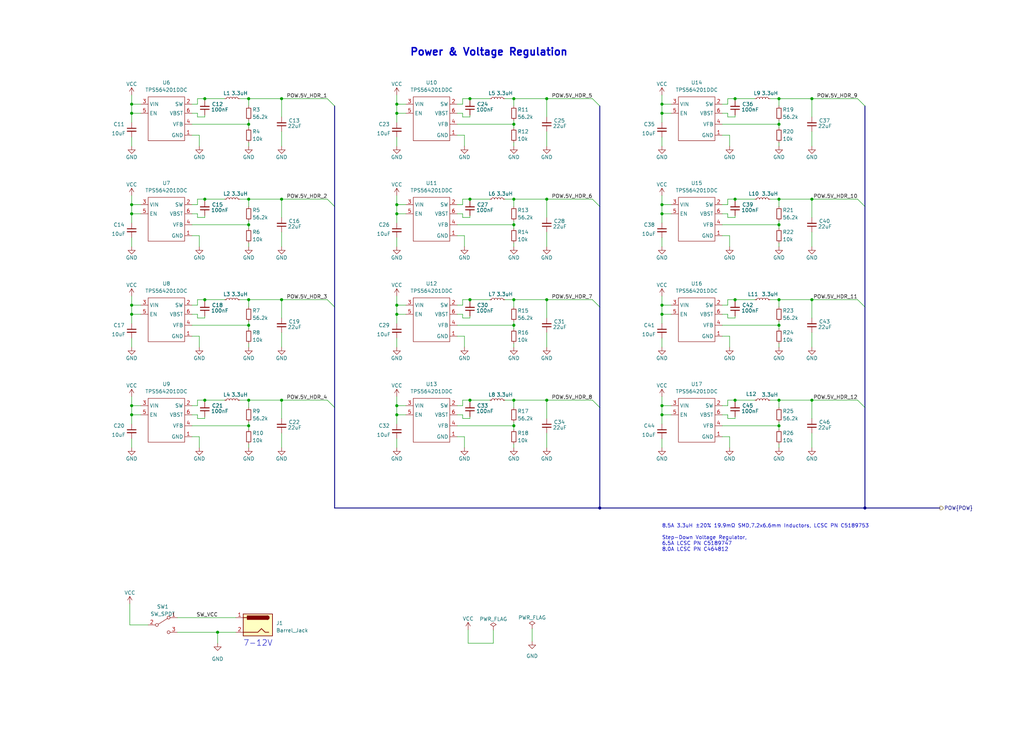
<source format=kicad_sch>
(kicad_sch (version 20250114) (generator "eeschema") (generator_version "9.0")
  (paper "User" 355.6 254)
  (title_block (title "12-12 Teensy G4.1 Arena Modular LED Display") (date "2024-12-23") (rev "v9.2") (company "IORodeo for Reiserlab @ Janelia"))
  (text "7-12V" (at 84.455 224.79 0) (effects (font (size 2.032 2.032)) (justify left bottom)))
  (text "\n\n8.5A 3.3uH ±20% 19.9mΩ SMD,7.2x6.6mm Inductors, LCSC PN C5189753\n\nStep-Down Voltage Regulator, \n6.5A LCSC PN C5189747\n8.0A LCSC PN C464812" (at 229.87 191.77 0) (effects (font (size 1.27 1.27)) (justify left bottom)))
  (text "Power & Voltage Regulation" (at 142.24 19.685 0) (effects (font (size 2.54 2.54) (thickness 0.508) (bold yes)) (justify left bottom)))
  (junction (at 229.87 144.145))
  (junction (at 255.27 104.14))
  (junction (at 86.36 139.065))
  (junction (at 178.435 113.03))
  (junction (at 86.36 78.105))
  (junction (at 45.72 140.97))
  (junction (at 270.51 34.29))
  (junction (at 86.36 113.03))
  (junction (at 137.795 140.97))
  (junction (at 137.795 144.145))
  (junction (at 178.435 139.065))
  (junction (at 45.72 109.22))
  (junction (at 270.51 104.14))
  (junction (at 45.72 39.37))
  (junction (at 45.72 36.195))
  (junction (at 178.435 43.18))
  (junction (at 97.79 104.14))
  (junction (at 270.51 78.105))
  (junction (at 97.79 139.065))
  (junction (at 189.865 104.14))
  (junction (at 229.87 140.97))
  (junction (at 71.12 69.215))
  (junction (at 163.195 104.14))
  (junction (at 281.94 104.14))
  (junction (at 45.72 74.295))
  (junction (at 178.435 34.29))
  (junction (at 229.87 36.195))
  (junction (at 178.435 147.955))
  (junction (at 71.12 104.14))
  (junction (at 255.27 34.29))
  (junction (at 71.12 34.29))
  (junction (at 86.36 43.18))
  (junction (at 229.87 109.22))
  (junction (at 45.72 71.12))
  (junction (at 255.27 139.065))
  (junction (at 86.36 104.14))
  (junction (at 281.94 69.215))
  (junction (at 137.795 109.22))
  (junction (at 86.36 69.215))
  (junction (at 137.795 71.12))
  (junction (at 229.87 71.12))
  (junction (at 300.355 176.53))
  (junction (at 86.36 147.955))
  (junction (at 178.435 78.105))
  (junction (at 163.195 69.215))
  (junction (at 189.865 139.065))
  (junction (at 137.795 39.37))
  (junction (at 229.87 74.295))
  (junction (at 86.36 34.29))
  (junction (at 137.795 74.295))
  (junction (at 270.51 139.065))
  (junction (at 270.51 43.18))
  (junction (at 137.795 106.045))
  (junction (at 178.435 104.14))
  (junction (at 281.94 34.29))
  (junction (at 270.51 147.955))
  (junction (at 45.72 106.045))
  (junction (at 163.195 34.29))
  (junction (at 189.865 34.29))
  (junction (at 189.865 69.215))
  (junction (at 75.565 219.71))
  (junction (at 229.87 106.045))
  (junction (at 255.27 69.215))
  (junction (at 97.79 69.215))
  (junction (at 163.195 139.065))
  (junction (at 71.12 139.065))
  (junction (at 45.72 144.145))
  (junction (at 229.87 39.37))
  (junction (at 270.51 69.215))
  (junction (at 270.51 113.03))
  (junction (at 281.94 139.065))
  (junction (at 137.795 36.195))
  (junction (at 97.79 34.29))
  (junction (at 208.28 176.53))
  (junction (at 178.435 69.215))
  (bus_entry (at 113.665 69.215) (size 2.54 2.54))
  (bus_entry (at 205.74 69.215) (size 2.54 2.54))
  (bus_entry (at 205.74 104.14) (size 2.54 2.54))
  (bus_entry (at 113.665 139.065) (size 2.54 2.54))
  (bus_entry (at 297.815 104.14) (size 2.54 2.54))
  (bus_entry (at 205.74 139.065) (size 2.54 2.54))
  (bus_entry (at 297.815 139.065) (size 2.54 2.54))
  (bus_entry (at 205.74 34.29) (size 2.54 2.54))
  (bus_entry (at 297.815 34.29) (size 2.54 2.54))
  (bus_entry (at 113.665 34.29) (size 2.54 2.54))
  (bus_entry (at 113.665 104.14) (size 2.54 2.54))
  (bus_entry (at 297.815 69.215) (size 2.54 2.54))
  (wire (pts (xy 97.79 115.57) (xy 97.79 120.65)))
  (wire (pts (xy 160.655 74.295) (xy 160.655 75.565)))
  (wire (pts (xy 45.72 106.045) (xy 45.72 109.22)))
  (wire (pts (xy 189.865 80.645) (xy 189.865 85.725)))
  (wire (pts (xy 160.655 34.29) (xy 163.195 34.29)))
  (wire (pts (xy 86.36 104.14) (xy 86.36 106.68)))
  (wire (pts (xy 255.27 75.565) (xy 255.27 74.93)))
  (wire (pts (xy 137.795 33.02) (xy 137.795 36.195)))
  (wire (pts (xy 229.87 71.12) (xy 229.87 74.295)))
  (wire (pts (xy 163.195 145.415) (xy 163.195 144.78)))
  (bus (pts (xy 116.205 141.605) (xy 116.205 176.53)))
  (wire (pts (xy 160.655 104.14) (xy 160.655 106.045)))
  (wire (pts (xy 160.655 75.565) (xy 163.195 75.565)))
  (wire (pts (xy 71.12 139.065) (xy 71.12 139.7)))
  (wire (pts (xy 45.72 71.12) (xy 48.895 71.12)))
  (wire (pts (xy 137.795 117.475) (xy 137.795 120.65)))
  (wire (pts (xy 45.72 36.195) (xy 45.72 39.37)))
  (wire (pts (xy 137.795 140.97) (xy 137.795 144.145)))
  (wire (pts (xy 189.865 45.72) (xy 189.865 50.8)))
  (wire (pts (xy 45.72 137.795) (xy 45.72 140.97)))
  (wire (pts (xy 68.58 109.22) (xy 68.58 110.49)))
  (wire (pts (xy 189.865 115.57) (xy 189.865 120.65)))
  (wire (pts (xy 97.79 34.29) (xy 113.665 34.29)))
  (wire (pts (xy 97.79 34.29) (xy 97.79 40.64)))
  (wire (pts (xy 66.675 109.22) (xy 68.58 109.22)))
  (wire (pts (xy 97.79 139.065) (xy 113.665 139.065)))
  (wire (pts (xy 83.185 34.29) (xy 86.36 34.29)))
  (wire (pts (xy 158.75 39.37) (xy 160.655 39.37)))
  (wire (pts (xy 252.73 75.565) (xy 255.27 75.565)))
  (wire (pts (xy 281.94 150.495) (xy 281.94 155.575)))
  (wire (pts (xy 252.73 36.195) (xy 250.825 36.195)))
  (wire (pts (xy 250.825 46.99) (xy 253.365 46.99)))
  (wire (pts (xy 68.58 69.215) (xy 71.12 69.215)))
  (wire (pts (xy 270.51 154.305) (xy 270.51 155.575)))
  (wire (pts (xy 270.51 104.14) (xy 270.51 106.68)))
  (wire (pts (xy 86.36 111.76) (xy 86.36 113.03)))
  (wire (pts (xy 69.215 151.765) (xy 69.215 155.575)))
  (wire (pts (xy 137.795 82.55) (xy 137.795 85.725)))
  (wire (pts (xy 83.185 139.065) (xy 86.36 139.065)))
  (wire (pts (xy 255.27 34.29) (xy 262.255 34.29)))
  (wire (pts (xy 189.865 34.29) (xy 205.74 34.29)))
  (wire (pts (xy 178.435 139.065) (xy 178.435 141.605)))
  (wire (pts (xy 137.795 144.145) (xy 137.795 147.32)))
  (wire (pts (xy 71.12 104.14) (xy 78.105 104.14)))
  (wire (pts (xy 71.12 75.565) (xy 71.12 74.93)))
  (wire (pts (xy 68.58 34.29) (xy 68.58 36.195)))
  (wire (pts (xy 189.865 139.065) (xy 205.74 139.065)))
  (wire (pts (xy 270.51 139.065) (xy 281.94 139.065)))
  (wire (pts (xy 45.72 33.02) (xy 45.72 36.195)))
  (wire (pts (xy 66.675 113.03) (xy 86.36 113.03)))
  (wire (pts (xy 66.675 39.37) (xy 68.58 39.37)))
  (wire (pts (xy 71.12 110.49) (xy 71.12 109.855)))
  (wire (pts (xy 270.51 41.91) (xy 270.51 43.18)))
  (wire (pts (xy 229.87 109.22) (xy 229.87 112.395)))
  (wire (pts (xy 250.825 43.18) (xy 270.51 43.18)))
  (bus (pts (xy 208.28 176.53) (xy 300.355 176.53)))
  (wire (pts (xy 161.29 81.915) (xy 161.29 85.725)))
  (bus (pts (xy 208.28 71.755) (xy 208.28 106.68)))
  (wire (pts (xy 86.36 146.685) (xy 86.36 147.955)))
  (wire (pts (xy 229.87 71.12) (xy 233.045 71.12)))
  (wire (pts (xy 71.12 104.14) (xy 71.12 104.775)))
  (wire (pts (xy 252.73 140.97) (xy 250.825 140.97)))
  (wire (pts (xy 45.72 47.625) (xy 45.72 50.8)))
  (wire (pts (xy 178.435 119.38) (xy 178.435 120.65)))
  (wire (pts (xy 51.435 217.17) (xy 45.085 217.17)))
  (wire (pts (xy 175.26 139.065) (xy 178.435 139.065)))
  (wire (pts (xy 178.435 104.14) (xy 178.435 106.68)))
  (wire (pts (xy 178.435 41.91) (xy 178.435 43.18)))
  (wire (pts (xy 137.795 144.145) (xy 140.97 144.145)))
  (wire (pts (xy 137.795 47.625) (xy 137.795 50.8)))
  (wire (pts (xy 68.58 110.49) (xy 71.12 110.49)))
  (wire (pts (xy 69.215 81.915) (xy 69.215 85.725)))
  (wire (pts (xy 267.335 104.14) (xy 270.51 104.14)))
  (wire (pts (xy 160.655 69.215) (xy 163.195 69.215)))
  (wire (pts (xy 68.58 74.295) (xy 68.58 75.565)))
  (wire (pts (xy 229.87 140.97) (xy 233.045 140.97)))
  (wire (pts (xy 250.825 151.765) (xy 253.365 151.765)))
  (wire (pts (xy 252.73 74.295) (xy 252.73 75.565)))
  (wire (pts (xy 86.36 69.215) (xy 86.36 71.755)))
  (wire (pts (xy 250.825 74.295) (xy 252.73 74.295)))
  (wire (pts (xy 252.73 145.415) (xy 255.27 145.415)))
  (wire (pts (xy 253.365 116.84) (xy 253.365 120.65)))
  (wire (pts (xy 255.27 139.065) (xy 262.255 139.065)))
  (wire (pts (xy 163.195 69.215) (xy 170.18 69.215)))
  (wire (pts (xy 252.73 71.12) (xy 250.825 71.12)))
  (wire (pts (xy 137.795 137.795) (xy 137.795 140.97)))
  (wire (pts (xy 255.27 139.065) (xy 255.27 139.7)))
  (wire (pts (xy 68.58 104.14) (xy 71.12 104.14)))
  (wire (pts (xy 189.865 104.14) (xy 205.74 104.14)))
  (wire (pts (xy 175.26 104.14) (xy 178.435 104.14)))
  (wire (pts (xy 178.435 146.685) (xy 178.435 147.955)))
  (wire (pts (xy 178.435 49.53) (xy 178.435 50.8)))
  (wire (pts (xy 270.51 34.29) (xy 270.51 36.83)))
  (wire (pts (xy 189.865 34.29) (xy 189.865 40.64)))
  (wire (pts (xy 158.75 109.22) (xy 160.655 109.22)))
  (wire (pts (xy 162.56 218.821) (xy 162.56 223.52)))
  (wire (pts (xy 45.72 109.22) (xy 48.895 109.22)))
  (wire (pts (xy 86.36 139.065) (xy 97.79 139.065)))
  (wire (pts (xy 68.58 71.12) (xy 66.675 71.12)))
  (wire (pts (xy 97.79 104.14) (xy 113.665 104.14)))
  (wire (pts (xy 66.675 46.99) (xy 69.215 46.99)))
  (wire (pts (xy 255.27 34.29) (xy 255.27 34.925)))
  (wire (pts (xy 252.73 104.14) (xy 252.73 106.045)))
  (wire (pts (xy 189.865 104.14) (xy 189.865 110.49)))
  (wire (pts (xy 178.435 43.18) (xy 178.435 44.45)))
  (wire (pts (xy 281.94 69.215) (xy 281.94 75.565)))
  (wire (pts (xy 45.72 67.945) (xy 45.72 71.12)))
  (wire (pts (xy 137.795 109.22) (xy 140.97 109.22)))
  (wire (pts (xy 252.73 110.49) (xy 255.27 110.49)))
  (wire (pts (xy 250.825 147.955) (xy 270.51 147.955)))
  (bus (pts (xy 300.355 176.53) (xy 326.39 176.53)))
  (wire (pts (xy 137.795 71.12) (xy 137.795 74.295)))
  (wire (pts (xy 83.185 104.14) (xy 86.36 104.14)))
  (wire (pts (xy 45.72 36.195) (xy 48.895 36.195)))
  (bus (pts (xy 116.205 106.68) (xy 116.205 141.605)))
  (wire (pts (xy 86.36 119.38) (xy 86.36 120.65)))
  (wire (pts (xy 255.27 104.14) (xy 262.255 104.14)))
  (wire (pts (xy 229.87 152.4) (xy 229.87 155.575)))
  (wire (pts (xy 270.51 147.955) (xy 270.51 149.225)))
  (wire (pts (xy 45.72 71.12) (xy 45.72 74.295)))
  (wire (pts (xy 137.795 102.87) (xy 137.795 106.045)))
  (bus (pts (xy 300.355 36.83) (xy 300.355 71.755)))
  (wire (pts (xy 184.785 218.44) (xy 184.785 222.885)))
  (wire (pts (xy 178.435 84.455) (xy 178.435 85.725)))
  (wire (pts (xy 270.51 76.835) (xy 270.51 78.105)))
  (wire (pts (xy 252.73 69.215) (xy 252.73 71.12)))
  (wire (pts (xy 137.795 39.37) (xy 137.795 42.545)))
  (wire (pts (xy 163.195 34.29) (xy 163.195 34.925)))
  (wire (pts (xy 178.435 69.215) (xy 189.865 69.215)))
  (wire (pts (xy 270.51 111.76) (xy 270.51 113.03)))
  (wire (pts (xy 270.51 119.38) (xy 270.51 120.65)))
  (wire (pts (xy 71.12 69.215) (xy 71.12 69.85)))
  (wire (pts (xy 252.73 109.22) (xy 252.73 110.49)))
  (wire (pts (xy 178.435 69.215) (xy 178.435 71.755)))
  (bus (pts (xy 300.355 71.755) (xy 300.355 106.68)))
  (wire (pts (xy 163.195 104.14) (xy 170.18 104.14)))
  (wire (pts (xy 45.085 209.804) (xy 45.085 217.17)))
  (wire (pts (xy 83.185 69.215) (xy 86.36 69.215)))
  (wire (pts (xy 270.51 49.53) (xy 270.51 50.8)))
  (wire (pts (xy 178.435 154.305) (xy 178.435 155.575)))
  (wire (pts (xy 45.72 82.55) (xy 45.72 85.725)))
  (wire (pts (xy 270.51 84.455) (xy 270.51 85.725)))
  (wire (pts (xy 171.323 218.948) (xy 171.323 223.52)))
  (wire (pts (xy 267.335 69.215) (xy 270.51 69.215)))
  (wire (pts (xy 163.195 139.065) (xy 170.18 139.065)))
  (wire (pts (xy 270.51 113.03) (xy 270.51 114.3)))
  (wire (pts (xy 68.58 40.64) (xy 71.12 40.64)))
  (wire (pts (xy 137.795 74.295) (xy 140.97 74.295)))
  (wire (pts (xy 45.72 74.295) (xy 48.895 74.295)))
  (wire (pts (xy 229.87 137.795) (xy 229.87 140.97)))
  (wire (pts (xy 178.435 111.76) (xy 178.435 113.03)))
  (wire (pts (xy 229.87 109.22) (xy 233.045 109.22)))
  (wire (pts (xy 281.94 34.29) (xy 281.94 40.64)))
  (wire (pts (xy 229.87 36.195) (xy 229.87 39.37)))
  (wire (pts (xy 86.36 84.455) (xy 86.36 85.725)))
  (wire (pts (xy 68.58 39.37) (xy 68.58 40.64)))
  (wire (pts (xy 161.29 151.765) (xy 161.29 155.575)))
  (wire (pts (xy 178.435 34.29) (xy 178.435 36.83)))
  (wire (pts (xy 270.51 78.105) (xy 270.51 79.375)))
  (wire (pts (xy 270.51 43.18) (xy 270.51 44.45)))
  (wire (pts (xy 97.79 150.495) (xy 97.79 155.575)))
  (wire (pts (xy 250.825 116.84) (xy 253.365 116.84)))
  (wire (pts (xy 270.51 146.685) (xy 270.51 147.955)))
  (wire (pts (xy 71.12 40.64) (xy 71.12 40.005)))
  (wire (pts (xy 252.73 139.065) (xy 255.27 139.065)))
  (bus (pts (xy 116.205 176.53) (xy 208.28 176.53)))
  (wire (pts (xy 270.51 104.14) (xy 281.94 104.14)))
  (wire (pts (xy 86.36 76.835) (xy 86.36 78.105)))
  (wire (pts (xy 160.655 69.215) (xy 160.655 71.12)))
  (wire (pts (xy 158.75 46.99) (xy 161.29 46.99)))
  (wire (pts (xy 161.29 46.99) (xy 161.29 50.8)))
  (wire (pts (xy 252.73 139.065) (xy 252.73 140.97)))
  (wire (pts (xy 171.323 223.52) (xy 162.56 223.52)))
  (wire (pts (xy 160.655 36.195) (xy 158.75 36.195)))
  (wire (pts (xy 68.58 75.565) (xy 71.12 75.565)))
  (wire (pts (xy 160.655 140.97) (xy 158.75 140.97)))
  (wire (pts (xy 281.94 139.065) (xy 281.94 145.415)))
  (wire (pts (xy 175.26 69.215) (xy 178.435 69.215)))
  (wire (pts (xy 229.87 39.37) (xy 233.045 39.37)))
  (bus (pts (xy 208.28 36.83) (xy 208.28 71.755)))
  (wire (pts (xy 71.12 139.065) (xy 78.105 139.065)))
  (bus (pts (xy 116.205 71.755) (xy 116.205 106.68)))
  (wire (pts (xy 66.675 81.915) (xy 69.215 81.915)))
  (wire (pts (xy 281.94 115.57) (xy 281.94 120.65)))
  (wire (pts (xy 229.87 67.945) (xy 229.87 71.12)))
  (wire (pts (xy 71.12 34.29) (xy 71.12 34.925)))
  (wire (pts (xy 66.675 78.105) (xy 86.36 78.105)))
  (wire (pts (xy 229.87 74.295) (xy 229.87 77.47)))
  (wire (pts (xy 281.94 104.14) (xy 297.815 104.14)))
  (wire (pts (xy 137.795 39.37) (xy 140.97 39.37)))
  (wire (pts (xy 250.825 78.105) (xy 270.51 78.105)))
  (wire (pts (xy 252.73 144.145) (xy 252.73 145.415)))
  (wire (pts (xy 45.72 140.97) (xy 45.72 144.145)))
  (wire (pts (xy 66.675 144.145) (xy 68.58 144.145)))
  (wire (pts (xy 137.795 109.22) (xy 137.795 112.395)))
  (wire (pts (xy 178.435 78.105) (xy 178.435 79.375)))
  (wire (pts (xy 229.87 106.045) (xy 233.045 106.045)))
  (wire (pts (xy 281.94 139.065) (xy 297.815 139.065)))
  (wire (pts (xy 158.75 144.145) (xy 160.655 144.145)))
  (wire (pts (xy 68.58 139.065) (xy 71.12 139.065)))
  (wire (pts (xy 250.825 81.915) (xy 253.365 81.915)))
  (wire (pts (xy 86.36 41.91) (xy 86.36 43.18)))
  (wire (pts (xy 158.75 113.03) (xy 178.435 113.03)))
  (wire (pts (xy 86.36 69.215) (xy 97.79 69.215)))
  (wire (pts (xy 255.27 110.49) (xy 255.27 109.855)))
  (wire (pts (xy 229.87 140.97) (xy 229.87 144.145)))
  (wire (pts (xy 229.87 33.02) (xy 229.87 36.195)))
  (wire (pts (xy 160.655 139.065) (xy 163.195 139.065)))
  (wire (pts (xy 97.79 45.72) (xy 97.79 50.8)))
  (wire (pts (xy 45.72 144.145) (xy 45.72 147.32)))
  (wire (pts (xy 69.215 46.99) (xy 69.215 50.8)))
  (wire (pts (xy 160.655 71.12) (xy 158.75 71.12)))
  (wire (pts (xy 163.195 104.14) (xy 163.195 104.775)))
  (wire (pts (xy 86.36 34.29) (xy 86.36 36.83)))
  (wire (pts (xy 45.72 102.87) (xy 45.72 106.045)))
  (wire (pts (xy 66.675 147.955) (xy 86.36 147.955)))
  (wire (pts (xy 229.87 144.145) (xy 229.87 147.32)))
  (wire (pts (xy 281.94 69.215) (xy 297.815 69.215)))
  (wire (pts (xy 68.58 36.195) (xy 66.675 36.195)))
  (wire (pts (xy 160.655 110.49) (xy 163.195 110.49)))
  (wire (pts (xy 68.58 104.14) (xy 68.58 106.045)))
  (wire (pts (xy 66.675 74.295) (xy 68.58 74.295)))
  (wire (pts (xy 71.12 69.215) (xy 78.105 69.215)))
  (wire (pts (xy 178.435 34.29) (xy 189.865 34.29)))
  (wire (pts (xy 160.655 34.29) (xy 160.655 36.195)))
  (wire (pts (xy 97.79 69.215) (xy 113.665 69.215)))
  (wire (pts (xy 137.795 152.4) (xy 137.795 155.575)))
  (wire (pts (xy 158.75 78.105) (xy 178.435 78.105)))
  (wire (pts (xy 160.655 145.415) (xy 163.195 145.415)))
  (wire (pts (xy 229.87 39.37) (xy 229.87 42.545)))
  (wire (pts (xy 66.675 43.18) (xy 86.36 43.18)))
  (wire (pts (xy 229.87 82.55) (xy 229.87 85.725)))
  (wire (pts (xy 229.87 106.045) (xy 229.87 109.22)))
  (wire (pts (xy 45.72 140.97) (xy 48.895 140.97)))
  (wire (pts (xy 160.655 106.045) (xy 158.75 106.045)))
  (wire (pts (xy 281.94 104.14) (xy 281.94 110.49)))
  (wire (pts (xy 45.72 109.22) (xy 45.72 112.395)))
  (wire (pts (xy 281.94 80.645) (xy 281.94 85.725)))
  (wire (pts (xy 250.825 144.145) (xy 252.73 144.145)))
  (wire (pts (xy 160.655 104.14) (xy 163.195 104.14)))
  (wire (pts (xy 255.27 69.215) (xy 255.27 69.85)))
  (wire (pts (xy 255.27 104.14) (xy 255.27 104.775)))
  (wire (pts (xy 229.87 102.87) (xy 229.87 106.045)))
  (wire (pts (xy 252.73 106.045) (xy 250.825 106.045)))
  (wire (pts (xy 97.79 80.645) (xy 97.79 85.725)))
  (wire (pts (xy 45.72 106.045) (xy 48.895 106.045)))
  (wire (pts (xy 270.51 34.29) (xy 281.94 34.29)))
  (wire (pts (xy 178.435 76.835) (xy 178.435 78.105)))
  (wire (pts (xy 86.36 139.065) (xy 86.36 141.605)))
  (wire (pts (xy 270.51 139.065) (xy 270.51 141.605)))
  (wire (pts (xy 250.825 39.37) (xy 252.73 39.37)))
  (wire (pts (xy 69.215 116.84) (xy 69.215 120.65)))
  (wire (pts (xy 68.58 34.29) (xy 71.12 34.29)))
  (wire (pts (xy 163.195 69.215) (xy 163.195 69.85)))
  (wire (pts (xy 45.72 74.295) (xy 45.72 77.47)))
  (wire (pts (xy 137.795 106.045) (xy 137.795 109.22)))
  (wire (pts (xy 189.865 69.215) (xy 189.865 75.565)))
  (bus (pts (xy 208.28 141.605) (xy 208.28 176.53)))
  (wire (pts (xy 68.58 139.065) (xy 68.58 140.97)))
  (wire (pts (xy 229.87 47.625) (xy 229.87 50.8)))
  (bus (pts (xy 116.205 36.83) (xy 116.205 71.755)))
  (wire (pts (xy 160.655 40.64) (xy 163.195 40.64)))
  (wire (pts (xy 267.335 34.29) (xy 270.51 34.29)))
  (wire (pts (xy 189.865 69.215) (xy 205.74 69.215)))
  (wire (pts (xy 86.36 43.18) (xy 86.36 44.45)))
  (wire (pts (xy 161.29 116.84) (xy 161.29 120.65)))
  (wire (pts (xy 175.26 34.29) (xy 178.435 34.29)))
  (wire (pts (xy 250.825 109.22) (xy 252.73 109.22)))
  (wire (pts (xy 45.72 117.475) (xy 45.72 120.65)))
  (wire (pts (xy 97.79 104.14) (xy 97.79 110.49)))
  (wire (pts (xy 68.58 145.415) (xy 71.12 145.415)))
  (wire (pts (xy 253.365 151.765) (xy 253.365 155.575)))
  (wire (pts (xy 163.195 75.565) (xy 163.195 74.93)))
  (wire (pts (xy 158.75 74.295) (xy 160.655 74.295)))
  (bus (pts (xy 208.28 106.68) (xy 208.28 141.605)))
  (wire (pts (xy 178.435 104.14) (xy 189.865 104.14)))
  (wire (pts (xy 158.75 43.18) (xy 178.435 43.18)))
  (wire (pts (xy 250.825 113.03) (xy 270.51 113.03)))
  (bus (pts (xy 300.355 141.605) (xy 300.355 176.53)))
  (wire (pts (xy 252.73 39.37) (xy 252.73 40.64)))
  (wire (pts (xy 253.365 46.99) (xy 253.365 50.8)))
  (wire (pts (xy 71.12 145.415) (xy 71.12 144.78)))
  (wire (pts (xy 86.36 104.14) (xy 97.79 104.14)))
  (wire (pts (xy 163.195 139.065) (xy 163.195 139.7)))
  (wire (pts (xy 229.87 117.475) (xy 229.87 120.65)))
  (wire (pts (xy 66.675 151.765) (xy 69.215 151.765)))
  (wire (pts (xy 255.27 69.215) (xy 262.255 69.215)))
  (wire (pts (xy 252.73 34.29) (xy 255.27 34.29)))
  (wire (pts (xy 137.795 74.295) (xy 137.795 77.47)))
  (wire (pts (xy 178.435 147.955) (xy 178.435 149.225)))
  (wire (pts (xy 158.75 116.84) (xy 161.29 116.84)))
  (wire (pts (xy 68.58 140.97) (xy 66.675 140.97)))
  (wire (pts (xy 75.565 219.71) (xy 75.565 223.52)))
  (wire (pts (xy 61.595 219.71) (xy 75.565 219.71)))
  (wire (pts (xy 71.12 34.29) (xy 78.105 34.29)))
  (wire (pts (xy 86.36 34.29) (xy 97.79 34.29)))
  (bus (pts (xy 300.355 106.68) (xy 300.355 141.605)))
  (wire (pts (xy 178.435 113.03) (xy 178.435 114.3)))
  (wire (pts (xy 68.58 106.045) (xy 66.675 106.045)))
  (wire (pts (xy 137.795 71.12) (xy 140.97 71.12)))
  (wire (pts (xy 163.195 110.49) (xy 163.195 109.855)))
  (wire (pts (xy 160.655 139.065) (xy 160.655 140.97)))
  (wire (pts (xy 61.595 214.63) (xy 81.915 214.63)))
  (wire (pts (xy 86.36 147.955) (xy 86.36 149.225)))
  (wire (pts (xy 137.795 67.945) (xy 137.795 71.12)))
  (wire (pts (xy 160.655 109.22) (xy 160.655 110.49)))
  (wire (pts (xy 86.36 113.03) (xy 86.36 114.3)))
  (wire (pts (xy 252.73 104.14) (xy 255.27 104.14)))
  (wire (pts (xy 158.75 147.955) (xy 178.435 147.955)))
  (wire (pts (xy 270.51 69.215) (xy 281.94 69.215)))
  (wire (pts (xy 252.73 40.64) (xy 255.27 40.64)))
  (wire (pts (xy 253.365 81.915) (xy 253.365 85.725)))
  (wire (pts (xy 158.75 151.765) (xy 161.29 151.765)))
  (wire (pts (xy 163.195 40.64) (xy 163.195 40.005)))
  (wire (pts (xy 281.94 45.72) (xy 281.94 50.8)))
  (wire (pts (xy 189.865 150.495) (xy 189.865 155.575)))
  (wire (pts (xy 68.58 69.215) (xy 68.58 71.12)))
  (wire (pts (xy 229.87 144.145) (xy 233.045 144.145)))
  (wire (pts (xy 86.36 49.53) (xy 86.36 50.8)))
  (wire (pts (xy 281.94 34.29) (xy 297.815 34.29)))
  (wire (pts (xy 86.36 78.105) (xy 86.36 79.375)))
  (wire (pts (xy 255.27 40.64) (xy 255.27 40.005)))
  (wire (pts (xy 229.87 74.295) (xy 233.045 74.295)))
  (wire (pts (xy 255.27 145.415) (xy 255.27 144.78)))
  (wire (pts (xy 97.79 69.215) (xy 97.79 75.565)))
  (wire (pts (xy 267.335 139.065) (xy 270.51 139.065)))
  (wire (pts (xy 137.795 36.195) (xy 137.795 39.37)))
  (wire (pts (xy 45.72 144.145) (xy 48.895 144.145)))
  (wire (pts (xy 252.73 69.215) (xy 255.27 69.215)))
  (wire (pts (xy 163.195 34.29) (xy 170.18 34.29)))
  (wire (pts (xy 86.36 154.305) (xy 86.36 155.575)))
  (wire (pts (xy 137.795 140.97) (xy 140.97 140.97)))
  (wire (pts (xy 75.565 219.71) (xy 81.915 219.71)))
  (wire (pts (xy 66.675 116.84) (xy 69.215 116.84)))
  (wire (pts (xy 137.795 106.045) (xy 140.97 106.045)))
  (wire (pts (xy 189.865 139.065) (xy 189.865 145.415)))
  (wire (pts (xy 45.72 39.37) (xy 45.72 42.545)))
  (wire (pts (xy 160.655 39.37) (xy 160.655 40.64)))
  (wire (pts (xy 270.51 69.215) (xy 270.51 71.755)))
  (wire (pts (xy 160.655 144.145) (xy 160.655 145.415)))
  (wire (pts (xy 97.79 139.065) (xy 97.79 145.415)))
  (wire (pts (xy 158.75 81.915) (xy 161.29 81.915)))
  (wire (pts (xy 45.72 39.37) (xy 48.895 39.37)))
  (wire (pts (xy 68.58 144.145) (xy 68.58 145.415)))
  (wire (pts (xy 137.795 36.195) (xy 140.97 36.195)))
  (wire (pts (xy 45.72 152.4) (xy 45.72 155.575)))
  (wire (pts (xy 229.87 36.195) (xy 233.045 36.195)))
  (wire (pts (xy 252.73 34.29) (xy 252.73 36.195)))
  (wire (pts (xy 178.435 139.065) (xy 189.865 139.065)))
  (label "POW.5V_HDR_6" (at 205.74 69.215 180))
  (label "POW.5V_HDR_3" (at 113.665 104.14 180))
  (label "POW.5V_HDR_5" (at 205.74 34.29 180))
  (label "POW.5V_HDR_7" (at 205.74 104.14 180))
  (label "POW.5V_HDR_10" (at 297.815 69.215 180))
  (label "POW.5V_HDR_2" (at 113.665 69.215 180))
  (label "POW.5V_HDR_1" (at 113.665 34.29 180))
  (label "POW.5V_HDR_4" (at 113.665 139.065 180))
  (label "SW_VCC" (at 68.199 214.63 0))
  (label "POW.5V_HDR_8" (at 205.74 139.065 180))
  (label "POW.5V_HDR_11" (at 297.815 104.14 180))
  (label "POW.5V_HDR_12" (at 297.815 139.065 180))
  (label "POW.5V_HDR_9" (at 297.815 34.29 180))
  (hierarchical_label "POW{POW}" (shape output) (at 326.39 176.53 0))
  (symbol (lib_id "arena_custom:TPS564201DDC") (at 57.785 111.125 0) (unit 1)
    (property "Reference" "U8" (at 57.785 98.552 0))
    (property "Value" "TPS564201DDC" (at 57.785 101.092 0))
    (property "Footprint" "Package_TO_SOT_SMD:SOT-23-6" (effects (hide yes)))
    (property "Datasheet" "https://www.ti.com/lit/gpn/tps564201" (effects (hide yes)))
    (property "DigiKey PN" "296-47373-2-ND" (effects (hide yes)))
    (property "LCSC PN" "C464812" (effects (hide yes)))
    (property "MPN" "TPS564201DDCR" (effects (hide yes)))
  )
  (symbol (lib_id "Device:C_Small") (at 45.72 149.86 0) (unit 1)
    (property "Reference" "C20" (at 39.37 147.955 0) (effects (justify left)))
    (property "Value" "10uF" (at 38.735 151.13 0) (effects (justify left)))
    (property "Footprint" "Capacitor_SMD:C_0603_1608Metric" (effects (hide yes)))
    (property "Datasheet" "https://datasheet.octopart.com/CL10A106MA8NRNC-Samsung-Electro-Mechanics-datasheet-137745063.pdf" (effects (hide yes)))
    (property "DigiKey PN" "1276-1869-2-ND" (effects (hide yes)))
    (property "LCSC PN" "C96446" (effects (hide yes)))
    (property "MPN" "CL10A106MA8NRNC" (effects (hide yes)))
  )
  (symbol (lib_id "arena_custom:TPS564201DDC") (at 149.86 146.05 0) (unit 1)
    (property "Reference" "U13" (at 149.86 133.477 0))
    (property "Value" "TPS564201DDC" (at 149.86 136.017 0))
    (property "Footprint" "Package_TO_SOT_SMD:SOT-23-6" (effects (hide yes)))
    (property "Datasheet" "https://www.ti.com/lit/gpn/tps564201" (effects (hide yes)))
    (property "DigiKey PN" "296-47373-2-ND" (effects (hide yes)))
    (property "LCSC PN" "C464812" (effects (hide yes)))
    (property "MPN" "TPS564201DDCR" (effects (hide yes)))
  )
  (symbol (lib_id "arena_custom:TPS564201DDC") (at 149.86 111.125 0) (unit 1)
    (property "Reference" "U12" (at 149.86 98.552 0))
    (property "Value" "TPS564201DDC" (at 149.86 101.092 0))
    (property "Footprint" "Package_TO_SOT_SMD:SOT-23-6" (effects (hide yes)))
    (property "Datasheet" "https://www.ti.com/lit/gpn/tps564201" (effects (hide yes)))
    (property "DigiKey PN" "296-47373-2-ND" (effects (hide yes)))
    (property "LCSC PN" "C464812" (effects (hide yes)))
    (property "MPN" "TPS564201DDCR" (effects (hide yes)))
  )
  (symbol (lib_id "Device:C_Small") (at 229.87 149.86 0) (unit 1)
    (property "Reference" "C44" (at 223.52 147.955 0) (effects (justify left)))
    (property "Value" "10uF" (at 222.885 151.13 0) (effects (justify left)))
    (property "Footprint" "Capacitor_SMD:C_0603_1608Metric" (effects (hide yes)))
    (property "Datasheet" "https://datasheet.octopart.com/CL10A106MA8NRNC-Samsung-Electro-Mechanics-datasheet-137745063.pdf" (effects (hide yes)))
    (property "DigiKey PN" "1276-1869-2-ND" (effects (hide yes)))
    (property "LCSC PN" "C96446" (effects (hide yes)))
    (property "MPN" "CL10A106MA8NRNC" (effects (hide yes)))
  )
  (symbol (lib_id "power:GND") (at 270.51 50.8 0) (unit 1)
    (property "Reference" "#PWR0110" (effects (hide yes)))
    (property "Value" "GND" (at 270.51 54.61 0))
  )
  (symbol (lib_id "Device:C_Small") (at 97.79 43.18 180) (unit 1)
    (property "Reference" "C13" (at 104.14 41.91 0) (effects (justify left)))
    (property "Value" "22uF" (at 104.775 43.815 0) (effects (justify left)))
    (property "Footprint" "Capacitor_SMD:C_0603_1608Metric" (effects (hide yes)))
    (property "Datasheet" "https://datasheet.octopart.com/CL10A226MO7JZNC-Samsung-Electro-Mechanics-datasheet-141347085.pdf" (effects (hide yes)))
    (property "DigiKey PN" "1276-7076-2-ND" (effects (hide yes)))
    (property "LCSC PN" "C2762594" (effects (hide yes)))
    (property "MPN" "CL10A226MO7JZNC" (effects (hide yes)))
  )
  (symbol (lib_id "Device:C_Small") (at 255.27 37.465 180) (unit 1)
    (property "Reference" "C36" (at 261.62 36.195 0) (effects (justify left)))
    (property "Value" "100nF" (at 263.525 38.1 0) (effects (justify left)))
    (property "Footprint" "Capacitor_SMD:C_0603_1608Metric" (effects (hide yes)))
    (property "Datasheet" "https://datasheet.octopart.com/CL10B104KB8NNNC-Samsung-datasheet-165517828.pdf" (effects (hide yes)))
    (property "DigiKey PN" "1276-1000-2-ND" (effects (hide yes)))
    (property "LCSC PN" "C1591" (effects (hide yes)))
    (property "MPN" "CL10B104KB8NNNC" (effects (hide yes)))
  )
  (symbol (lib_id "Device:C_Small") (at 137.795 149.86 0) (unit 1)
    (property "Reference" "C32" (at 131.445 147.955 0) (effects (justify left)))
    (property "Value" "10uF" (at 130.81 151.13 0) (effects (justify left)))
    (property "Footprint" "Capacitor_SMD:C_0603_1608Metric" (effects (hide yes)))
    (property "Datasheet" "https://datasheet.octopart.com/CL10A106MA8NRNC-Samsung-Electro-Mechanics-datasheet-137745063.pdf" (effects (hide yes)))
    (property "DigiKey PN" "1276-1869-2-ND" (effects (hide yes)))
    (property "LCSC PN" "C96446" (effects (hide yes)))
    (property "MPN" "CL10A106MA8NRNC" (effects (hide yes)))
  )
  (symbol (lib_id "power:GND") (at 97.79 120.65 0) (unit 1)
    (property "Reference" "#PWR081" (effects (hide yes)))
    (property "Value" "GND" (at 97.79 124.46 0))
  )
  (symbol (lib_id "Device:R_Small") (at 270.51 144.145 0) (unit 1)
    (property "Reference" "R25" (at 271.78 142.875 0) (effects (justify left)))
    (property "Value" "56.2k" (at 271.78 145.415 0) (effects (justify left)))
    (property "Footprint" "Resistor_SMD:R_0603_1608Metric" (effects (hide yes)))
    (property "Datasheet" "https://datasheet.octopart.com/RT0603BRD0756K2L-Yageo-datasheet-96443642.pdf" (effects (hide yes)))
    (property "DigiKey PN" "YAG4575TR-ND" (effects (hide yes)))
    (property "LCSC PN" "C705784" (effects (hide yes)))
    (property "MPN" "RT0603BRD0756K2L" (effects (hide yes)))
  )
  (symbol (lib_id "power:GND") (at 178.435 50.8 0) (unit 1)
    (property "Reference" "#PWR090" (effects (hide yes)))
    (property "Value" "GND" (at 178.435 54.61 0))
  )
  (symbol (lib_id "Device:C_Small") (at 163.195 37.465 180) (unit 1)
    (property "Reference" "C24" (at 169.545 36.195 0) (effects (justify left)))
    (property "Value" "100nF" (at 171.45 38.1 0) (effects (justify left)))
    (property "Footprint" "Capacitor_SMD:C_0603_1608Metric" (effects (hide yes)))
    (property "Datasheet" "https://datasheet.octopart.com/CL10B104KB8NNNC-Samsung-datasheet-165517828.pdf" (effects (hide yes)))
    (property "DigiKey PN" "1276-1000-2-ND" (effects (hide yes)))
    (property "LCSC PN" "C1591" (effects (hide yes)))
    (property "MPN" "CL10B104KB8NNNC" (effects (hide yes)))
  )
  (symbol (lib_id "Device:C_Small") (at 71.12 142.24 180) (unit 1)
    (property "Reference" "C21" (at 77.47 140.97 0) (effects (justify left)))
    (property "Value" "100nF" (at 79.375 142.875 0) (effects (justify left)))
    (property "Footprint" "Capacitor_SMD:C_0603_1608Metric" (effects (hide yes)))
    (property "Datasheet" "https://datasheet.octopart.com/CL10B104KB8NNNC-Samsung-datasheet-165517828.pdf" (effects (hide yes)))
    (property "DigiKey PN" "1276-1000-2-ND" (effects (hide yes)))
    (property "LCSC PN" "C1591" (effects (hide yes)))
    (property "MPN" "CL10B104KB8NNNC" (effects (hide yes)))
  )
  (symbol (lib_id "Device:C_Small") (at 281.94 43.18 180) (unit 1)
    (property "Reference" "C37" (at 288.29 41.91 0) (effects (justify left)))
    (property "Value" "22uF" (at 288.925 43.815 0) (effects (justify left)))
    (property "Footprint" "Capacitor_SMD:C_0603_1608Metric" (effects (hide yes)))
    (property "Datasheet" "https://datasheet.octopart.com/CL10A226MO7JZNC-Samsung-Electro-Mechanics-datasheet-141347085.pdf" (effects (hide yes)))
    (property "DigiKey PN" "1276-7076-2-ND" (effects (hide yes)))
    (property "LCSC PN" "C2762594" (effects (hide yes)))
    (property "MPN" "CL10A226MO7JZNC" (effects (hide yes)))
  )
  (symbol (lib_id "power:GND") (at 189.865 85.725 0) (unit 1)
    (property "Reference" "#PWR096" (effects (hide yes)))
    (property "Value" "GND" (at 189.865 89.535 0))
  )
  (symbol (lib_id "Device:R_Small") (at 86.36 81.915 0) (unit 1)
    (property "Reference" "R6" (at 87.63 80.645 0) (effects (justify left)))
    (property "Value" "10k" (at 87.63 83.185 0) (effects (justify left)))
    (property "Footprint" "Resistor_SMD:R_0603_1608Metric" (effects (hide yes)))
    (property "Datasheet" "https://datasheet.octopart.com/RT0603BRD0710KL-Yageo-datasheet-96443642.pdf" (effects (hide yes)))
    (property "DigiKey PN" "YAG1236TR-ND" (effects (hide yes)))
    (property "LCSC PN" "C95204" (effects (hide yes)))
    (property "MPN" "RT0603BRD0710KL" (effects (hide yes)))
  )
  (symbol (lib_id "power:GND") (at 178.435 155.575 0) (unit 1)
    (property "Reference" "#PWR0105" (effects (hide yes)))
    (property "Value" "GND" (at 178.435 159.385 0))
  )
  (symbol (lib_id "Device:L_Small") (at 80.645 69.215 90) (unit 1)
    (property "Reference" "L2" (at 78.74 67.31 90))
    (property "Value" "3.3uH" (at 83.185 67.31 90))
    (property "Footprint" "arena_custom:CYA0650_3P3UH" (effects (hide yes)))
    (property "Datasheet" "https://www.lcsc.com/datasheet/lcsc_datasheet_2402201427_SHOU-HAN-CYA0630-3-3UH_C5189747.pdf" (effects (hide yes)))
    (property "LCSC PN" "C5189747" (effects (hide yes)))
    (property "MPN" "CYA0630-3.3UH" (effects (hide yes)))
  )
  (symbol (lib_id "power:GND") (at 229.87 120.65 0) (unit 1)
    (property "Reference" "#PWR0118" (effects (hide yes)))
    (property "Value" "GND" (at 229.87 124.46 0))
  )
  (symbol (lib_id "Device:R_Small") (at 270.51 74.295 0) (unit 1)
    (property "Reference" "R21" (at 271.78 73.025 0) (effects (justify left)))
    (property "Value" "56.2k" (at 271.78 75.565 0) (effects (justify left)))
    (property "Footprint" "Resistor_SMD:R_0603_1608Metric" (effects (hide yes)))
    (property "Datasheet" "https://datasheet.octopart.com/RT0603BRD0756K2L-Yageo-datasheet-96443642.pdf" (effects (hide yes)))
    (property "DigiKey PN" "YAG4575TR-ND" (effects (hide yes)))
    (property "LCSC PN" "C705784" (effects (hide yes)))
    (property "MPN" "RT0603BRD0756K2L" (effects (hide yes)))
  )
  (symbol (lib_id "power:GND") (at 189.865 155.575 0) (unit 1)
    (property "Reference" "#PWR0106" (effects (hide yes)))
    (property "Value" "GND" (at 189.865 159.385 0))
  )
  (symbol (lib_id "power:GND") (at 270.51 155.575 0) (unit 1)
    (property "Reference" "#PWR0125" (effects (hide yes)))
    (property "Value" "GND" (at 270.51 159.385 0))
  )
  (symbol (lib_id "power:GND") (at 97.79 85.725 0) (unit 1)
    (property "Reference" "#PWR054" (effects (hide yes)))
    (property "Value" "GND" (at 97.79 89.535 0))
  )
  (symbol (lib_id "power:GND") (at 137.795 50.8 0) (unit 1)
    (property "Reference" "#PWR088" (effects (hide yes)))
    (property "Value" "GND" (at 137.795 54.61 0))
  )
  (symbol (lib_id "power:GND") (at 45.72 50.8 0) (unit 1)
    (property "Reference" "#PWR04" (effects (hide yes)))
    (property "Value" "GND" (at 45.72 54.61 0))
  )
  (symbol (lib_id "power:GND") (at 161.29 50.8 0) (unit 1)
    (property "Reference" "#PWR089" (effects (hide yes)))
    (property "Value" "GND" (at 161.29 54.61 0))
  )
  (symbol (lib_id "Device:R_Small") (at 270.51 151.765 0) (unit 1)
    (property "Reference" "R26" (at 271.78 150.495 0) (effects (justify left)))
    (property "Value" "10k" (at 271.78 153.035 0) (effects (justify left)))
    (property "Footprint" "Resistor_SMD:R_0603_1608Metric" (effects (hide yes)))
    (property "Datasheet" "https://datasheet.octopart.com/RT0603BRD0710KL-Yageo-datasheet-96443642.pdf" (effects (hide yes)))
    (property "DigiKey PN" "YAG1236TR-ND" (effects (hide yes)))
    (property "LCSC PN" "C95204" (effects (hide yes)))
    (property "MPN" "RT0603BRD0710KL" (effects (hide yes)))
  )
  (symbol (lib_id "power:GND") (at 178.435 85.725 0) (unit 1)
    (property "Reference" "#PWR095" (effects (hide yes)))
    (property "Value" "GND" (at 178.435 89.535 0))
  )
  (symbol (lib_id "power:GND") (at 86.36 120.65 0) (unit 1)
    (property "Reference" "#PWR080" (effects (hide yes)))
    (property "Value" "GND" (at 86.36 124.46 0))
  )
  (symbol (lib_id "power:GND") (at 253.365 50.8 0) (unit 1)
    (property "Reference" "#PWR0109" (effects (hide yes)))
    (property "Value" "GND" (at 253.365 54.61 0))
  )
  (symbol (lib_id "power:VCC") (at 45.72 67.945 0) (unit 1)
    (property "Reference" "#PWR024" (effects (hide yes)))
    (property "Value" "VCC" (at 45.72 64.135 0))
  )
  (symbol (lib_id "power:GND") (at 45.72 120.65 0) (unit 1)
    (property "Reference" "#PWR058" (effects (hide yes)))
    (property "Value" "GND" (at 45.72 124.46 0))
  )
  (symbol (lib_id "Device:L_Small") (at 172.72 104.14 90) (unit 1)
    (property "Reference" "L7" (at 170.815 102.235 90))
    (property "Value" "3.3uH" (at 175.26 102.235 90))
    (property "Footprint" "arena_custom:CYA0650_3P3UH" (effects (hide yes)))
    (property "Datasheet" "https://www.lcsc.com/datasheet/lcsc_datasheet_2402201427_SHOU-HAN-CYA0630-3-3UH_C5189747.pdf" (effects (hide yes)))
    (property "LCSC PN" "C5189747" (effects (hide yes)))
    (property "MPN" "CYA0630-3.3UH" (effects (hide yes)))
  )
  (symbol (lib_id "Device:R_Small") (at 86.36 144.145 0) (unit 1)
    (property "Reference" "R9" (at 87.63 142.875 0) (effects (justify left)))
    (property "Value" "56.2k" (at 87.63 145.415 0) (effects (justify left)))
    (property "Footprint" "Resistor_SMD:R_0603_1608Metric" (effects (hide yes)))
    (property "Datasheet" "https://datasheet.octopart.com/RT0603BRD0756K2L-Yageo-datasheet-96443642.pdf" (effects (hide yes)))
    (property "DigiKey PN" "YAG4575TR-ND" (effects (hide yes)))
    (property "LCSC PN" "C705784" (effects (hide yes)))
    (property "MPN" "RT0603BRD0756K2L" (effects (hide yes)))
  )
  (symbol (lib_id "power:VCC") (at 162.56 218.821 0) (unit 1)
    (property "Reference" "#PWR076" (effects (hide yes)))
    (property "Value" "VCC" (at 162.56 215.011 0))
  )
  (symbol (lib_id "power:GND") (at 45.72 85.725 0) (unit 1)
    (property "Reference" "#PWR038" (effects (hide yes)))
    (property "Value" "GND" (at 45.72 89.535 0))
  )
  (symbol (lib_id "power:VCC") (at 229.87 33.02 0) (unit 1)
    (property "Reference" "#PWR0107" (effects (hide yes)))
    (property "Value" "VCC" (at 229.87 29.21 0))
  )
  (symbol (lib_id "power:VCC") (at 137.795 137.795 0) (unit 1)
    (property "Reference" "#PWR0102" (effects (hide yes)))
    (property "Value" "VCC" (at 137.795 133.985 0))
  )
  (symbol (lib_id "power:GND") (at 137.795 155.575 0) (unit 1)
    (property "Reference" "#PWR0103" (effects (hide yes)))
    (property "Value" "GND" (at 137.795 159.385 0))
  )
  (symbol (lib_id "Device:C_Small") (at 97.79 113.03 180) (unit 1)
    (property "Reference" "C19" (at 104.14 111.76 0) (effects (justify left)))
    (property "Value" "22uF" (at 104.775 113.665 0) (effects (justify left)))
    (property "Footprint" "Capacitor_SMD:C_0603_1608Metric" (effects (hide yes)))
    (property "Datasheet" "https://datasheet.octopart.com/CL10A226MO7JZNC-Samsung-Electro-Mechanics-datasheet-141347085.pdf" (effects (hide yes)))
    (property "DigiKey PN" "1276-7076-2-ND" (effects (hide yes)))
    (property "LCSC PN" "C2762594" (effects (hide yes)))
    (property "MPN" "CL10A226MO7JZNC" (effects (hide yes)))
  )
  (symbol (lib_id "power:GND") (at 69.215 155.575 0) (unit 1)
    (property "Reference" "#PWR084" (effects (hide yes)))
    (property "Value" "GND" (at 69.215 159.385 0))
  )
  (symbol (lib_id "power:GND") (at 253.365 85.725 0) (unit 1)
    (property "Reference" "#PWR0114" (effects (hide yes)))
    (property "Value" "GND" (at 253.365 89.535 0))
  )
  (symbol (lib_id "power:VCC") (at 137.795 102.87 0) (unit 1)
    (property "Reference" "#PWR097" (effects (hide yes)))
    (property "Value" "VCC" (at 137.795 99.06 0))
  )
  (symbol (lib_id "power:GND") (at 229.87 50.8 0) (unit 1)
    (property "Reference" "#PWR0108" (effects (hide yes)))
    (property "Value" "GND" (at 229.87 54.61 0))
  )
  (symbol (lib_id "Device:L_Small") (at 80.645 104.14 90) (unit 1)
    (property "Reference" "L3" (at 78.74 102.235 90))
    (property "Value" "3.3uH" (at 83.185 102.235 90))
    (property "Footprint" "arena_custom:CYA0650_3P3UH" (effects (hide yes)))
    (property "Datasheet" "https://www.lcsc.com/datasheet/lcsc_datasheet_2402201427_SHOU-HAN-CYA0630-3-3UH_C5189747.pdf" (effects (hide yes)))
    (property "LCSC PN" "C5189747" (effects (hide yes)))
    (property "MPN" "CYA0630-3.3UH" (effects (hide yes)))
  )
  (symbol (lib_id "Device:R_Small") (at 270.51 39.37 0) (unit 1)
    (property "Reference" "R19" (at 271.78 38.1 0) (effects (justify left)))
    (property "Value" "56.2k" (at 271.78 40.64 0) (effects (justify left)))
    (property "Footprint" "Resistor_SMD:R_0603_1608Metric" (effects (hide yes)))
    (property "Datasheet" "https://datasheet.octopart.com/RT0603BRD0756K2L-Yageo-datasheet-96443642.pdf" (effects (hide yes)))
    (property "DigiKey PN" "YAG4575TR-ND" (effects (hide yes)))
    (property "LCSC PN" "C705784" (effects (hide yes)))
    (property "MPN" "RT0603BRD0756K2L" (effects (hide yes)))
  )
  (symbol (lib_id "power:GND") (at 189.865 50.8 0) (unit 1)
    (property "Reference" "#PWR091" (effects (hide yes)))
    (property "Value" "GND" (at 189.865 54.61 0))
  )
  (symbol (lib_id "power:GND") (at 270.51 85.725 0) (unit 1)
    (property "Reference" "#PWR0115" (effects (hide yes)))
    (property "Value" "GND" (at 270.51 89.535 0))
  )
  (symbol (lib_id "Connector:Barrel_Jack") (at 89.535 217.17 0) (mirror y) (unit 1)
    (property "Reference" "J1" (at 95.885 216.535 0) (effects (justify right)))
    (property "Value" "Barrel_Jack" (at 95.885 219.075 0) (effects (justify right)))
    (property "Footprint" "arena_custom:DCJACK_2PIN_HIGHCURRENT" (effects (hide yes)))
    (property "Datasheet" "https://datasheet.octopart.com/PJ-063AH-Same-Sky-datasheet-181917378.pdf" (effects (hide yes)))
    (property "DigiKey PN" "CP-063AH-ND" (effects (hide yes)))
    (property "LCSC PN" "C2928097" (effects (hide yes)))
    (property "MPN" "PJ-063AH" (effects (hide yes)))
  )
  (symbol (lib_id "Device:C_Small") (at 71.12 107.315 180) (unit 1)
    (property "Reference" "C18" (at 77.47 106.045 0) (effects (justify left)))
    (property "Value" "100nF" (at 79.375 107.95 0) (effects (justify left)))
    (property "Footprint" "Capacitor_SMD:C_0603_1608Metric" (effects (hide yes)))
    (property "Datasheet" "https://datasheet.octopart.com/CL10B104KB8NNNC-Samsung-datasheet-165517828.pdf" (effects (hide yes)))
    (property "DigiKey PN" "1276-1000-2-ND" (effects (hide yes)))
    (property "LCSC PN" "C1591" (effects (hide yes)))
    (property "MPN" "CL10B104KB8NNNC" (effects (hide yes)))
  )
  (symbol (lib_id "power:VCC") (at 45.085 209.804 0) (unit 1)
    (property "Reference" "#PWR02" (effects (hide yes)))
    (property "Value" "VCC" (at 45.085 205.994 0))
  )
  (symbol (lib_id "Device:R_Small") (at 86.36 39.37 0) (unit 1)
    (property "Reference" "R3" (at 87.63 38.1 0) (effects (justify left)))
    (property "Value" "56.2k" (at 87.63 40.64 0) (effects (justify left)))
    (property "Footprint" "Resistor_SMD:R_0603_1608Metric" (effects (hide yes)))
    (property "Datasheet" "https://datasheet.octopart.com/RT0603BRD0756K2L-Yageo-datasheet-96443642.pdf" (effects (hide yes)))
    (property "DigiKey PN" "YAG4575TR-ND" (effects (hide yes)))
    (property "LCSC PN" "C705784" (effects (hide yes)))
    (property "MPN" "RT0603BRD0756K2L" (effects (hide yes)))
  )
  (symbol (lib_id "Device:L_Small") (at 172.72 34.29 90) (unit 1)
    (property "Reference" "L5" (at 170.815 32.385 90))
    (property "Value" "3.3uH" (at 175.26 32.385 90))
    (property "Footprint" "arena_custom:CYA0650_3P3UH" (effects (hide yes)))
    (property "Datasheet" "https://www.lcsc.com/datasheet/lcsc_datasheet_2402201427_SHOU-HAN-CYA0630-3-3UH_C5189747.pdf" (effects (hide yes)))
    (property "LCSC PN" "C5189747" (effects (hide yes)))
    (property "MPN" "CYA0630-3.3UH" (effects (hide yes)))
  )
  (symbol (lib_id "Device:R_Small") (at 178.435 39.37 0) (unit 1)
    (property "Reference" "R11" (at 179.705 38.1 0) (effects (justify left)))
    (property "Value" "56.2k" (at 179.705 40.64 0) (effects (justify left)))
    (property "Footprint" "Resistor_SMD:R_0603_1608Metric" (effects (hide yes)))
    (property "Datasheet" "https://datasheet.octopart.com/RT0603BRD0756K2L-Yageo-datasheet-96443642.pdf" (effects (hide yes)))
    (property "DigiKey PN" "YAG4575TR-ND" (effects (hide yes)))
    (property "LCSC PN" "C705784" (effects (hide yes)))
    (property "MPN" "RT0603BRD0756K2L" (effects (hide yes)))
  )
  (symbol (lib_id "power:GND") (at 161.29 155.575 0) (unit 1)
    (property "Reference" "#PWR0104" (effects (hide yes)))
    (property "Value" "GND" (at 161.29 159.385 0))
  )
  (symbol (lib_id "Device:C_Small") (at 189.865 113.03 180) (unit 1)
    (property "Reference" "C31" (at 196.215 111.76 0) (effects (justify left)))
    (property "Value" "22uF" (at 196.85 113.665 0) (effects (justify left)))
    (property "Footprint" "Capacitor_SMD:C_0603_1608Metric" (effects (hide yes)))
    (property "Datasheet" "https://datasheet.octopart.com/CL10A226MO7JZNC-Samsung-Electro-Mechanics-datasheet-141347085.pdf" (effects (hide yes)))
    (property "DigiKey PN" "1276-7076-2-ND" (effects (hide yes)))
    (property "LCSC PN" "C2762594" (effects (hide yes)))
    (property "MPN" "CL10A226MO7JZNC" (effects (hide yes)))
  )
  (symbol (lib_id "Device:C_Small") (at 229.87 114.935 0) (unit 1)
    (property "Reference" "C41" (at 223.52 113.03 0) (effects (justify left)))
    (property "Value" "10uF" (at 222.885 116.205 0) (effects (justify left)))
    (property "Footprint" "Capacitor_SMD:C_0603_1608Metric" (effects (hide yes)))
    (property "Datasheet" "https://datasheet.octopart.com/CL10A106MA8NRNC-Samsung-Electro-Mechanics-datasheet-137745063.pdf" (effects (hide yes)))
    (property "DigiKey PN" "1276-1869-2-ND" (effects (hide yes)))
    (property "LCSC PN" "C96446" (effects (hide yes)))
    (property "MPN" "CL10A106MA8NRNC" (effects (hide yes)))
  )
  (symbol (lib_id "Device:C_Small") (at 45.72 114.935 0) (unit 1)
    (property "Reference" "C17" (at 39.37 113.03 0) (effects (justify left)))
    (property "Value" "10uF" (at 38.735 116.205 0) (effects (justify left)))
    (property "Footprint" "Capacitor_SMD:C_0603_1608Metric" (effects (hide yes)))
    (property "Datasheet" "https://datasheet.octopart.com/CL10A106MA8NRNC-Samsung-Electro-Mechanics-datasheet-137745063.pdf" (effects (hide yes)))
    (property "DigiKey PN" "1276-1869-2-ND" (effects (hide yes)))
    (property "LCSC PN" "C96446" (effects (hide yes)))
    (property "MPN" "CL10A106MA8NRNC" (effects (hide yes)))
  )
  (symbol (lib_id "Device:C_Small") (at 45.72 45.085 0) (unit 1)
    (property "Reference" "C11" (at 39.37 43.18 0) (effects (justify left)))
    (property "Value" "10uF" (at 38.735 46.355 0) (effects (justify left)))
    (property "Footprint" "Capacitor_SMD:C_0603_1608Metric" (effects (hide yes)))
    (property "Datasheet" "https://datasheet.octopart.com/CL10A106MA8NRNC-Samsung-Electro-Mechanics-datasheet-137745063.pdf" (effects (hide yes)))
    (property "DigiKey PN" "1276-1869-2-ND" (effects (hide yes)))
    (property "LCSC PN" "C96446" (effects (hide yes)))
    (property "MPN" "CL10A106MA8NRNC" (effects (hide yes)))
  )
  (symbol (lib_id "Switch:SW_SPDT") (at 56.515 217.17 0) (unit 1)
    (property "Reference" "SW1" (at 56.515 210.82 0))
    (property "Value" "SW_SPDT" (at 56.515 213.36 0))
    (property "Footprint" "arena_custom:slide_switch" (effects (hide yes)))
    (property "Datasheet" "https://datasheet.octopart.com/L102021ML04Q-C%26K-Components-datasheet-62111167.pdf" (effects (hide yes)))
    (property "DigiKey PN" "CKC5102-ND" (effects (hide yes)))
    (property "LCSC PN" "C2798743" (effects (hide yes)))
    (property "MPN" "L102021ML04Q" (effects (hide yes)))
  )
  (symbol (lib_id "power:GND") (at 137.795 120.65 0) (unit 1)
    (property "Reference" "#PWR098" (effects (hide yes)))
    (property "Value" "GND" (at 137.795 124.46 0))
  )
  (symbol (lib_id "Device:C_Small") (at 163.195 142.24 180) (unit 1)
    (property "Reference" "C33" (at 169.545 140.97 0) (effects (justify left)))
    (property "Value" "100nF" (at 171.45 142.875 0) (effects (justify left)))
    (property "Footprint" "Capacitor_SMD:C_0603_1608Metric" (effects (hide yes)))
    (property "Datasheet" "https://datasheet.octopart.com/CL10B104KB8NNNC-Samsung-datasheet-165517828.pdf" (effects (hide yes)))
    (property "DigiKey PN" "1276-1000-2-ND" (effects (hide yes)))
    (property "LCSC PN" "C1591" (effects (hide yes)))
    (property "MPN" "CL10B104KB8NNNC" (effects (hide yes)))
  )
  (symbol (lib_id "power:GND") (at 69.215 85.725 0) (unit 1)
    (property "Reference" "#PWR050" (effects (hide yes)))
    (property "Value" "GND" (at 69.215 89.535 0))
  )
  (symbol (lib_id "power:GND") (at 86.36 50.8 0) (unit 1)
    (property "Reference" "#PWR022" (effects (hide yes)))
    (property "Value" "GND" (at 86.36 54.61 0))
  )
  (symbol (lib_id "power:GND") (at 270.51 120.65 0) (unit 1)
    (property "Reference" "#PWR0120" (effects (hide yes)))
    (property "Value" "GND" (at 270.51 124.46 0))
  )
  (symbol (lib_id "Device:L_Small") (at 264.795 69.215 90) (unit 1)
    (property "Reference" "L10" (at 261.747 67.31 90))
    (property "Value" "3.3uH" (at 267.335 67.31 90))
    (property "Footprint" "arena_custom:CYA0650_3P3UH" (effects (hide yes)))
    (property "Datasheet" "https://www.lcsc.com/datasheet/lcsc_datasheet_2402201427_SHOU-HAN-CYA0630-3-3UH_C5189747.pdf" (effects (hide yes)))
    (property "LCSC PN" "C5189747" (effects (hide yes)))
    (property "MPN" "CYA0630-3.3UH" (effects (hide yes)))
  )
  (symbol (lib_id "power:GND") (at 97.79 50.8 0) (unit 1)
    (property "Reference" "#PWR023" (effects (hide yes)))
    (property "Value" "GND" (at 97.79 54.61 0))
  )
  (symbol (lib_id "Device:R_Small") (at 270.51 116.84 0) (unit 1)
    (property "Reference" "R24" (at 271.78 115.57 0) (effects (justify left)))
    (property "Value" "10k" (at 271.78 118.11 0) (effects (justify left)))
    (property "Footprint" "Resistor_SMD:R_0603_1608Metric" (effects (hide yes)))
    (property "Datasheet" "https://datasheet.octopart.com/RT0603BRD0710KL-Yageo-datasheet-96443642.pdf" (effects (hide yes)))
    (property "DigiKey PN" "YAG1236TR-ND" (effects (hide yes)))
    (property "LCSC PN" "C95204" (effects (hide yes)))
    (property "MPN" "RT0603BRD0710KL" (effects (hide yes)))
  )
  (symbol (lib_id "arena_custom:TPS564201DDC") (at 241.935 41.275 0) (unit 1)
    (property "Reference" "U14" (at 241.935 28.702 0))
    (property "Value" "TPS564201DDC" (at 241.935 31.242 0))
    (property "Footprint" "Package_TO_SOT_SMD:SOT-23-6" (effects (hide yes)))
    (property "Datasheet" "https://www.ti.com/lit/gpn/tps564201" (effects (hide yes)))
    (property "DigiKey PN" "296-47373-2-ND" (effects (hide yes)))
    (property "LCSC PN" "C464812" (effects (hide yes)))
    (property "MPN" "TPS564201DDCR" (effects (hide yes)))
  )
  (symbol (lib_id "Device:R_Small") (at 178.435 144.145 0) (unit 1)
    (property "Reference" "R17" (at 179.705 142.875 0) (effects (justify left)))
    (property "Value" "56.2k" (at 179.705 145.415 0) (effects (justify left)))
    (property "Footprint" "Resistor_SMD:R_0603_1608Metric" (effects (hide yes)))
    (property "Datasheet" "https://datasheet.octopart.com/RT0603BRD0756K2L-Yageo-datasheet-96443642.pdf" (effects (hide yes)))
    (property "DigiKey PN" "YAG4575TR-ND" (effects (hide yes)))
    (property "LCSC PN" "C705784" (effects (hide yes)))
    (property "MPN" "RT0603BRD0756K2L" (effects (hide yes)))
  )
  (symbol (lib_id "power:GND") (at 69.215 120.65 0) (unit 1)
    (property "Reference" "#PWR079" (effects (hide yes)))
    (property "Value" "GND" (at 69.215 124.46 0))
  )
  (symbol (lib_id "Device:R_Small") (at 178.435 109.22 0) (unit 1)
    (property "Reference" "R15" (at 179.705 107.95 0) (effects (justify left)))
    (property "Value" "56.2k" (at 179.705 110.49 0) (effects (justify left)))
    (property "Footprint" "Resistor_SMD:R_0603_1608Metric" (effects (hide yes)))
    (property "Datasheet" "https://datasheet.octopart.com/RT0603BRD0756K2L-Yageo-datasheet-96443642.pdf" (effects (hide yes)))
    (property "DigiKey PN" "YAG4575TR-ND" (effects (hide yes)))
    (property "LCSC PN" "C705784" (effects (hide yes)))
    (property "MPN" "RT0603BRD0756K2L" (effects (hide yes)))
  )
  (symbol (lib_id "arena_custom:TPS564201DDC") (at 149.86 76.2 0) (unit 1)
    (property "Reference" "U11" (at 149.86 63.627 0))
    (property "Value" "TPS564201DDC" (at 149.86 66.167 0))
    (property "Footprint" "Package_TO_SOT_SMD:SOT-23-6" (effects (hide yes)))
    (property "Datasheet" "https://www.ti.com/lit/gpn/tps564201" (effects (hide yes)))
    (property "DigiKey PN" "296-47373-2-ND" (effects (hide yes)))
    (property "LCSC PN" "C464812" (effects (hide yes)))
    (property "MPN" "TPS564201DDCR" (effects (hide yes)))
  )
  (symbol (lib_id "Device:C_Small") (at 71.12 72.39 180) (unit 1)
    (property "Reference" "C15" (at 77.47 71.12 0) (effects (justify left)))
    (property "Value" "100nF" (at 79.375 73.025 0) (effects (justify left)))
    (property "Footprint" "Capacitor_SMD:C_0603_1608Metric" (effects (hide yes)))
    (property "Datasheet" "https://datasheet.octopart.com/CL10B104KB8NNNC-Samsung-datasheet-165517828.pdf" (effects (hide yes)))
    (property "DigiKey PN" "1276-1000-2-ND" (effects (hide yes)))
    (property "LCSC PN" "C1591" (effects (hide yes)))
    (property "MPN" "CL10B104KB8NNNC" (effects (hide yes)))
  )
  (symbol (lib_id "Device:R_Small") (at 86.36 109.22 0) (unit 1)
    (property "Reference" "R7" (at 87.63 107.95 0) (effects (justify left)))
    (property "Value" "56.2k" (at 87.63 110.49 0) (effects (justify left)))
    (property "Footprint" "Resistor_SMD:R_0603_1608Metric" (effects (hide yes)))
    (property "Datasheet" "https://datasheet.octopart.com/RT0603BRD0756K2L-Yageo-datasheet-96443642.pdf" (effects (hide yes)))
    (property "DigiKey PN" "YAG4575TR-ND" (effects (hide yes)))
    (property "LCSC PN" "C705784" (effects (hide yes)))
    (property "MPN" "RT0603BRD0756K2L" (effects (hide yes)))
  )
  (symbol (lib_id "power:VCC") (at 229.87 137.795 0) (unit 1)
    (property "Reference" "#PWR0122" (effects (hide yes)))
    (property "Value" "VCC" (at 229.87 133.985 0))
  )
  (symbol (lib_id "Device:C_Small") (at 97.79 147.955 180) (unit 1)
    (property "Reference" "C22" (at 104.14 146.685 0) (effects (justify left)))
    (property "Value" "22uF" (at 104.775 148.59 0) (effects (justify left)))
    (property "Footprint" "Capacitor_SMD:C_0603_1608Metric" (effects (hide yes)))
    (property "Datasheet" "https://datasheet.octopart.com/CL10A226MO7JZNC-Samsung-Electro-Mechanics-datasheet-141347085.pdf" (effects (hide yes)))
    (property "DigiKey PN" "1276-7076-2-ND" (effects (hide yes)))
    (property "LCSC PN" "C2762594" (effects (hide yes)))
    (property "MPN" "CL10A226MO7JZNC" (effects (hide yes)))
  )
  (symbol (lib_id "power:GND") (at 189.865 120.65 0) (unit 1)
    (property "Reference" "#PWR0101" (effects (hide yes)))
    (property "Value" "GND" (at 189.865 124.46 0))
  )
  (symbol (lib_id "Device:L_Small") (at 80.645 34.29 90) (unit 1)
    (property "Reference" "L1" (at 78.74 32.385 90))
    (property "Value" "3.3uH" (at 83.185 32.385 90))
    (property "Footprint" "arena_custom:CYA0650_3P3UH" (effects (hide yes)))
    (property "Datasheet" "https://www.lcsc.com/datasheet/lcsc_datasheet_2402201427_SHOU-HAN-CYA0630-3-3UH_C5189747.pdf" (effects (hide yes)))
    (property "LCSC PN" "C5189747" (effects (hide yes)))
    (property "MPN" "CYA0630-3.3UH" (effects (hide yes)))
  )
  (symbol (lib_id "power:GND") (at 229.87 155.575 0) (unit 1)
    (property "Reference" "#PWR0123" (effects (hide yes)))
    (property "Value" "GND" (at 229.87 159.385 0))
  )
  (symbol (lib_id "power:GND") (at 45.72 155.575 0) (unit 1)
    (property "Reference" "#PWR083" (effects (hide yes)))
    (property "Value" "GND" (at 45.72 159.385 0))
  )
  (symbol (lib_id "Device:R_Small") (at 178.435 116.84 0) (unit 1)
    (property "Reference" "R16" (at 179.705 115.57 0) (effects (justify left)))
    (property "Value" "10k" (at 179.705 118.11 0) (effects (justify left)))
    (property "Footprint" "Resistor_SMD:R_0603_1608Metric" (effects (hide yes)))
    (property "Datasheet" "https://datasheet.octopart.com/RT0603BRD0710KL-Yageo-datasheet-96443642.pdf" (effects (hide yes)))
    (property "DigiKey PN" "YAG1236TR-ND" (effects (hide yes)))
    (property "LCSC PN" "C95204" (effects (hide yes)))
    (property "MPN" "RT0603BRD0710KL" (effects (hide yes)))
  )
  (symbol (lib_id "Device:C_Small") (at 97.79 78.105 180) (unit 1)
    (property "Reference" "C16" (at 104.14 76.835 0) (effects (justify left)))
    (property "Value" "22uF" (at 104.775 78.74 0) (effects (justify left)))
    (property "Footprint" "Capacitor_SMD:C_0603_1608Metric" (effects (hide yes)))
    (property "Datasheet" "https://datasheet.octopart.com/CL10A226MO7JZNC-Samsung-Electro-Mechanics-datasheet-141347085.pdf" (effects (hide yes)))
    (property "DigiKey PN" "1276-7076-2-ND" (effects (hide yes)))
    (property "LCSC PN" "C2762594" (effects (hide yes)))
    (property "MPN" "CL10A226MO7JZNC" (effects (hide yes)))
  )
  (symbol (lib_id "Device:C_Small") (at 163.195 107.315 180) (unit 1)
    (property "Reference" "C30" (at 169.545 106.045 0) (effects (justify left)))
    (property "Value" "100nF" (at 171.45 107.95 0) (effects (justify left)))
    (property "Footprint" "Capacitor_SMD:C_0603_1608Metric" (effects (hide yes)))
    (property "Datasheet" "https://datasheet.octopart.com/CL10B104KB8NNNC-Samsung-datasheet-165517828.pdf" (effects (hide yes)))
    (property "DigiKey PN" "1276-1000-2-ND" (effects (hide yes)))
    (property "LCSC PN" "C1591" (effects (hide yes)))
    (property "MPN" "CL10B104KB8NNNC" (effects (hide yes)))
  )
  (symbol (lib_id "power:GND") (at 69.215 50.8 0) (unit 1)
    (property "Reference" "#PWR021" (effects (hide yes)))
    (property "Value" "GND" (at 69.215 54.61 0))
  )
  (symbol (lib_id "power:GND") (at 137.795 85.725 0) (unit 1)
    (property "Reference" "#PWR093" (effects (hide yes)))
    (property "Value" "GND" (at 137.795 89.535 0))
  )
  (symbol (lib_id "power:VCC") (at 137.795 33.02 0) (unit 1)
    (property "Reference" "#PWR087" (effects (hide yes)))
    (property "Value" "VCC" (at 137.795 29.21 0))
  )
  (symbol (lib_id "arena_custom:TPS564201DDC") (at 57.785 41.275 0) (unit 1)
    (property "Reference" "U6" (at 57.785 28.702 0))
    (property "Value" "TPS564201DDC" (at 57.785 31.242 0))
    (property "Footprint" "Package_TO_SOT_SMD:SOT-23-6" (effects (hide yes)))
    (property "Datasheet" "https://www.ti.com/lit/gpn/tps564201" (effects (hide yes)))
    (property "DigiKey PN" "296-47373-2-ND" (effects (hide yes)))
    (property "LCSC PN" "C464812" (effects (hide yes)))
    (property "MPN" "TPS564201DDCR" (effects (hide yes)))
  )
  (symbol (lib_id "power:VCC") (at 45.72 137.795 0) (unit 1)
    (property "Reference" "#PWR082" (effects (hide yes)))
    (property "Value" "VCC" (at 45.72 133.985 0))
  )
  (symbol (lib_id "Device:C_Small") (at 281.94 147.955 180) (unit 1)
    (property "Reference" "C46" (at 288.29 146.685 0) (effects (justify left)))
    (property "Value" "22uF" (at 288.925 148.59 0) (effects (justify left)))
    (property "Footprint" "Capacitor_SMD:C_0603_1608Metric" (effects (hide yes)))
    (property "Datasheet" "https://datasheet.octopart.com/CL10A226MO7JZNC-Samsung-Electro-Mechanics-datasheet-141347085.pdf" (effects (hide yes)))
    (property "DigiKey PN" "1276-7076-2-ND" (effects (hide yes)))
    (property "LCSC PN" "C2762594" (effects (hide yes)))
    (property "MPN" "CL10A226MO7JZNC" (effects (hide yes)))
  )
  (symbol (lib_id "arena_custom:TPS564201DDC") (at 57.785 76.2 0) (unit 1)
    (property "Reference" "U7" (at 57.785 63.627 0))
    (property "Value" "TPS564201DDC" (at 57.785 66.167 0))
    (property "Footprint" "Package_TO_SOT_SMD:SOT-23-6" (effects (hide yes)))
    (property "Datasheet" "https://www.ti.com/lit/gpn/tps564201" (effects (hide yes)))
    (property "DigiKey PN" "296-47373-2-ND" (effects (hide yes)))
    (property "LCSC PN" "C464812" (effects (hide yes)))
    (property "MPN" "TPS564201DDCR" (effects (hide yes)))
  )
  (symbol (lib_id "power:VCC") (at 229.87 67.945 0) (unit 1)
    (property "Reference" "#PWR0112" (effects (hide yes)))
    (property "Value" "VCC" (at 229.87 64.135 0))
  )
  (symbol (lib_id "Device:C_Small") (at 45.72 80.01 0) (unit 1)
    (property "Reference" "C14" (at 39.37 78.105 0) (effects (justify left)))
    (property "Value" "10uF" (at 38.735 81.28 0) (effects (justify left)))
    (property "Footprint" "Capacitor_SMD:C_0603_1608Metric" (effects (hide yes)))
    (property "Datasheet" "https://datasheet.octopart.com/CL10A106MA8NRNC-Samsung-Electro-Mechanics-datasheet-137745063.pdf" (effects (hide yes)))
    (property "DigiKey PN" "1276-1869-2-ND" (effects (hide yes)))
    (property "LCSC PN" "C96446" (effects (hide yes)))
    (property "MPN" "CL10A106MA8NRNC" (effects (hide yes)))
  )
  (symbol (lib_id "Device:C_Small") (at 255.27 107.315 180) (unit 1)
    (property "Reference" "C42" (at 261.62 106.045 0) (effects (justify left)))
    (property "Value" "100nF" (at 263.525 107.95 0) (effects (justify left)))
    (property "Footprint" "Capacitor_SMD:C_0603_1608Metric" (effects (hide yes)))
    (property "Datasheet" "https://datasheet.octopart.com/CL10B104KB8NNNC-Samsung-datasheet-165517828.pdf" (effects (hide yes)))
    (property "DigiKey PN" "1276-1000-2-ND" (effects (hide yes)))
    (property "LCSC PN" "C1591" (effects (hide yes)))
    (property "MPN" "CL10B104KB8NNNC" (effects (hide yes)))
  )
  (symbol (lib_id "power:GND") (at 75.565 223.52 0) (unit 1)
    (property "Reference" "#PWR077" (effects (hide yes)))
    (property "Value" "GND" (at 75.565 228.981 0))
  )
  (symbol (lib_id "Device:C_Small") (at 189.865 147.955 180) (unit 1)
    (property "Reference" "C34" (at 196.215 146.685 0) (effects (justify left)))
    (property "Value" "22uF" (at 196.85 148.59 0) (effects (justify left)))
    (property "Footprint" "Capacitor_SMD:C_0603_1608Metric" (effects (hide yes)))
    (property "Datasheet" "https://datasheet.octopart.com/CL10A226MO7JZNC-Samsung-Electro-Mechanics-datasheet-141347085.pdf" (effects (hide yes)))
    (property "DigiKey PN" "1276-7076-2-ND" (effects (hide yes)))
    (property "LCSC PN" "C2762594" (effects (hide yes)))
    (property "MPN" "CL10A226MO7JZNC" (effects (hide yes)))
  )
  (symbol (lib_id "power:GND") (at 161.29 85.725 0) (unit 1)
    (property "Reference" "#PWR094" (effects (hide yes)))
    (property "Value" "GND" (at 161.29 89.535 0))
  )
  (symbol (lib_id "Device:C_Small") (at 229.87 80.01 0) (unit 1)
    (property "Reference" "C38" (at 223.52 78.105 0) (effects (justify left)))
    (property "Value" "10uF" (at 222.885 81.28 0) (effects (justify left)))
    (property "Footprint" "Capacitor_SMD:C_0603_1608Metric" (effects (hide yes)))
    (property "Datasheet" "https://datasheet.octopart.com/CL10A106MA8NRNC-Samsung-Electro-Mechanics-datasheet-137745063.pdf" (effects (hide yes)))
    (property "DigiKey PN" "1276-1869-2-ND" (effects (hide yes)))
    (property "LCSC PN" "C96446" (effects (hide yes)))
    (property "MPN" "CL10A106MA8NRNC" (effects (hide yes)))
  )
  (symbol (lib_id "Device:C_Small") (at 137.795 114.935 0) (unit 1)
    (property "Reference" "C29" (at 131.445 113.03 0) (effects (justify left)))
    (property "Value" "10uF" (at 130.81 116.205 0) (effects (justify left)))
    (property "Footprint" "Capacitor_SMD:C_0603_1608Metric" (effects (hide yes)))
    (property "Datasheet" "https://datasheet.octopart.com/CL10A106MA8NRNC-Samsung-Electro-Mechanics-datasheet-137745063.pdf" (effects (hide yes)))
    (property "DigiKey PN" "1276-1869-2-ND" (effects (hide yes)))
    (property "LCSC PN" "C96446" (effects (hide yes)))
    (property "MPN" "CL10A106MA8NRNC" (effects (hide yes)))
  )
  (symbol (lib_id "arena_custom:TPS564201DDC") (at 241.935 111.125 0) (unit 1)
    (property "Reference" "U16" (at 241.935 98.552 0))
    (property "Value" "TPS564201DDC" (at 241.935 101.092 0))
    (property "Footprint" "Package_TO_SOT_SMD:SOT-23-6" (effects (hide yes)))
    (property "Datasheet" "https://www.ti.com/lit/gpn/tps564201" (effects (hide yes)))
    (property "DigiKey PN" "296-47373-2-ND" (effects (hide yes)))
    (property "LCSC PN" "C464812" (effects (hide yes)))
    (property "MPN" "TPS564201DDCR" (effects (hide yes)))
  )
  (symbol (lib_id "Device:L_Small") (at 264.795 139.065 90) (unit 1)
    (property "Reference" "L12" (at 260.858 136.906 90))
    (property "Value" "3.3uH" (at 267.335 137.16 90))
    (property "Footprint" "arena_custom:CYA0650_3P3UH" (effects (hide yes)))
    (property "Datasheet" "https://www.lcsc.com/datasheet/lcsc_datasheet_2402201427_SHOU-HAN-CYA0630-3-3UH_C5189747.pdf" (effects (hide yes)))
    (property "LCSC PN" "C5189747" (effects (hide yes)))
    (property "MPN" "CYA0630-3.3UH" (effects (hide yes)))
  )
  (symbol (lib_id "arena_custom:TPS564201DDC") (at 149.86 41.275 0) (unit 1)
    (property "Reference" "U10" (at 149.86 28.702 0))
    (property "Value" "TPS564201DDC" (at 149.86 31.242 0))
    (property "Footprint" "Package_TO_SOT_SMD:SOT-23-6" (effects (hide yes)))
    (property "Datasheet" "https://www.ti.com/lit/gpn/tps564201" (effects (hide yes)))
    (property "DigiKey PN" "296-47373-2-ND" (effects (hide yes)))
    (property "LCSC PN" "C464812" (effects (hide yes)))
    (property "MPN" "TPS564201DDCR" (effects (hide yes)))
  )
  (symbol (lib_id "power:GND") (at 97.79 155.575 0) (unit 1)
    (property "Reference" "#PWR086" (effects (hide yes)))
    (property "Value" "GND" (at 97.79 159.385 0))
  )
  (symbol (lib_id "Device:R_Small") (at 178.435 46.99 0) (unit 1)
    (property "Reference" "R12" (at 179.705 45.72 0) (effects (justify left)))
    (property "Value" "10k" (at 179.705 48.26 0) (effects (justify left)))
    (property "Footprint" "Resistor_SMD:R_0603_1608Metric" (effects (hide yes)))
    (property "Datasheet" "https://datasheet.octopart.com/RT0603BRD0710KL-Yageo-datasheet-96443642.pdf" (effects (hide yes)))
    (property "DigiKey PN" "YAG1236TR-ND" (effects (hide yes)))
    (property "LCSC PN" "C95204" (effects (hide yes)))
    (property "MPN" "RT0603BRD0710KL" (effects (hide yes)))
  )
  (symbol (lib_id "power:PWR_FLAG") (at 184.785 218.44 0) (unit 1)
    (property "Reference" "#FLG03" (effects (hide yes)))
    (property "Value" "PWR_FLAG" (at 184.785 214.63 0))
  )
  (symbol (lib_id "Device:R_Small") (at 178.435 151.765 0) (unit 1)
    (property "Reference" "R18" (at 179.705 150.495 0) (effects (justify left)))
    (property "Value" "10k" (at 179.705 153.035 0) (effects (justify left)))
    (property "Footprint" "Resistor_SMD:R_0603_1608Metric" (effects (hide yes)))
    (property "Datasheet" "https://datasheet.octopart.com/RT0603BRD0710KL-Yageo-datasheet-96443642.pdf" (effects (hide yes)))
    (property "DigiKey PN" "YAG1236TR-ND" (effects (hide yes)))
    (property "LCSC PN" "C95204" (effects (hide yes)))
    (property "MPN" "RT0603BRD0710KL" (effects (hide yes)))
  )
  (symbol (lib_id "power:GND") (at 86.36 85.725 0) (unit 1)
    (property "Reference" "#PWR052" (effects (hide yes)))
    (property "Value" "GND" (at 86.36 89.535 0))
  )
  (symbol (lib_id "power:VCC") (at 137.795 67.945 0) (unit 1)
    (property "Reference" "#PWR092" (effects (hide yes)))
    (property "Value" "VCC" (at 137.795 64.135 0))
  )
  (symbol (lib_id "power:GND") (at 281.94 155.575 0) (unit 1)
    (property "Reference" "#PWR0126" (effects (hide yes)))
    (property "Value" "GND" (at 281.94 159.385 0))
  )
  (symbol (lib_id "Device:C_Small") (at 281.94 113.03 180) (unit 1)
    (property "Reference" "C43" (at 288.29 111.76 0) (effects (justify left)))
    (property "Value" "22uF" (at 288.925 113.665 0) (effects (justify left)))
    (property "Footprint" "Capacitor_SMD:C_0603_1608Metric" (effects (hide yes)))
    (property "Datasheet" "https://datasheet.octopart.com/CL10A226MO7JZNC-Samsung-Electro-Mechanics-datasheet-141347085.pdf" (effects (hide yes)))
    (property "DigiKey PN" "1276-7076-2-ND" (effects (hide yes)))
    (property "LCSC PN" "C2762594" (effects (hide yes)))
    (property "MPN" "CL10A226MO7JZNC" (effects (hide yes)))
  )
  (symbol (lib_id "Device:C_Small") (at 71.12 37.465 180) (unit 1)
    (property "Reference" "C12" (at 77.47 36.195 0) (effects (justify left)))
    (property "Value" "100nF" (at 79.375 38.1 0) (effects (justify left)))
    (property "Footprint" "Capacitor_SMD:C_0603_1608Metric" (effects (hide yes)))
    (property "Datasheet" "https://datasheet.octopart.com/CL10B104KB8NNNC-Samsung-datasheet-165517828.pdf" (effects (hide yes)))
    (property "DigiKey PN" "1276-1000-2-ND" (effects (hide yes)))
    (property "LCSC PN" "C1591" (effects (hide yes)))
    (property "MPN" "CL10B104KB8NNNC" (effects (hide yes)))
  )
  (symbol (lib_id "Device:C_Small") (at 163.195 72.39 180) (unit 1)
    (property "Reference" "C27" (at 169.545 71.12 0) (effects (justify left)))
    (property "Value" "100nF" (at 171.45 73.025 0) (effects (justify left)))
    (property "Footprint" "Capacitor_SMD:C_0603_1608Metric" (effects (hide yes)))
    (property "Datasheet" "https://datasheet.octopart.com/CL10B104KB8NNNC-Samsung-datasheet-165517828.pdf" (effects (hide yes)))
    (property "DigiKey PN" "1276-1000-2-ND" (effects (hide yes)))
    (property "LCSC PN" "C1591" (effects (hide yes)))
    (property "MPN" "CL10B104KB8NNNC" (effects (hide yes)))
  )
  (symbol (lib_id "Device:L_Small") (at 172.72 69.215 90) (unit 1)
    (property "Reference" "L6" (at 170.815 67.31 90))
    (property "Value" "3.3uH" (at 175.26 67.31 90))
    (property "Footprint" "arena_custom:CYA0650_3P3UH" (effects (hide yes)))
    (property "Datasheet" "https://www.lcsc.com/datasheet/lcsc_datasheet_2402201427_SHOU-HAN-CYA0630-3-3UH_C5189747.pdf" (effects (hide yes)))
    (property "LCSC PN" "C5189747" (effects (hide yes)))
    (property "MPN" "CYA0630-3.3UH" (effects (hide yes)))
  )
  (symbol (lib_id "power:GND") (at 86.36 155.575 0) (unit 1)
    (property "Reference" "#PWR085" (effects (hide yes)))
    (property "Value" "GND" (at 86.36 159.385 0))
  )
  (symbol (lib_id "Device:C_Small") (at 189.865 43.18 180) (unit 1)
    (property "Reference" "C25" (at 196.215 41.91 0) (effects (justify left)))
    (property "Value" "22uF" (at 196.85 43.815 0) (effects (justify left)))
    (property "Footprint" "Capacitor_SMD:C_0603_1608Metric" (effects (hide yes)))
    (property "Datasheet" "https://datasheet.octopart.com/CL10A226MO7JZNC-Samsung-Electro-Mechanics-datasheet-141347085.pdf" (effects (hide yes)))
    (property "DigiKey PN" "1276-7076-2-ND" (effects (hide yes)))
    (property "LCSC PN" "C2762594" (effects (hide yes)))
    (property "MPN" "CL10A226MO7JZNC" (effects (hide yes)))
  )
  (symbol (lib_id "Device:L_Small") (at 264.795 34.29 90) (unit 1)
    (property "Reference" "L9" (at 262.89 32.385 90))
    (property "Value" "3.3uH" (at 267.335 32.385 90))
    (property "Footprint" "arena_custom:CYA0650_3P3UH" (effects (hide yes)))
    (property "Datasheet" "https://www.lcsc.com/datasheet/lcsc_datasheet_2402201427_SHOU-HAN-CYA0630-3-3UH_C5189747.pdf" (effects (hide yes)))
    (property "LCSC PN" "C5189747" (effects (hide yes)))
    (property "MPN" "CYA0630-3.3UH" (effects (hide yes)))
  )
  (symbol (lib_id "power:PWR_FLAG") (at 171.323 218.948 0) (unit 1)
    (property "Reference" "#FLG01" (effects (hide yes)))
    (property "Value" "PWR_FLAG" (at 171.323 215.138 0))
  )
  (symbol (lib_id "power:GND") (at 281.94 85.725 0) (unit 1)
    (property "Reference" "#PWR0116" (effects (hide yes)))
    (property "Value" "GND" (at 281.94 89.535 0))
  )
  (symbol (lib_id "arena_custom:TPS564201DDC") (at 57.785 146.05 0) (unit 1)
    (property "Reference" "U9" (at 57.785 133.477 0))
    (property "Value" "TPS564201DDC" (at 57.785 136.017 0))
    (property "Footprint" "Package_TO_SOT_SMD:SOT-23-6" (effects (hide yes)))
    (property "Datasheet" "https://www.ti.com/lit/gpn/tps564201" (effects (hide yes)))
    (property "DigiKey PN" "296-47373-2-ND" (effects (hide yes)))
    (property "LCSC PN" "C464812" (effects (hide yes)))
    (property "MPN" "TPS564201DDCR" (effects (hide yes)))
  )
  (symbol (lib_id "power:GND") (at 253.365 155.575 0) (unit 1)
    (property "Reference" "#PWR0124" (effects (hide yes)))
    (property "Value" "GND" (at 253.365 159.385 0))
  )
  (symbol (lib_id "power:GND") (at 161.29 120.65 0) (unit 1)
    (property "Reference" "#PWR099" (effects (hide yes)))
    (property "Value" "GND" (at 161.29 124.46 0))
  )
  (symbol (lib_id "Device:C_Small") (at 189.865 78.105 180) (unit 1)
    (property "Reference" "C28" (at 196.215 76.835 0) (effects (justify left)))
    (property "Value" "22uF" (at 196.85 78.74 0) (effects (justify left)))
    (property "Footprint" "Capacitor_SMD:C_0603_1608Metric" (effects (hide yes)))
    (property "Datasheet" "https://datasheet.octopart.com/CL10A226MO7JZNC-Samsung-Electro-Mechanics-datasheet-141347085.pdf" (effects (hide yes)))
    (property "DigiKey PN" "1276-7076-2-ND" (effects (hide yes)))
    (property "LCSC PN" "C2762594" (effects (hide yes)))
    (property "MPN" "CL10A226MO7JZNC" (effects (hide yes)))
  )
  (symbol (lib_id "Device:C_Small") (at 255.27 72.39 180) (unit 1)
    (property "Reference" "C39" (at 261.62 71.12 0) (effects (justify left)))
    (property "Value" "100nF" (at 263.525 73.025 0) (effects (justify left)))
    (property "Footprint" "Capacitor_SMD:C_0603_1608Metric" (effects (hide yes)))
    (property "Datasheet" "https://datasheet.octopart.com/CL10B104KB8NNNC-Samsung-datasheet-165517828.pdf" (effects (hide yes)))
    (property "DigiKey PN" "1276-1000-2-ND" (effects (hide yes)))
    (property "LCSC PN" "C1591" (effects (hide yes)))
    (property "MPN" "CL10B104KB8NNNC" (effects (hide yes)))
  )
  (symbol (lib_id "power:GND") (at 281.94 50.8 0) (unit 1)
    (property "Reference" "#PWR0111" (effects (hide yes)))
    (property "Value" "GND" (at 281.94 54.61 0))
  )
  (symbol (lib_id "Device:R_Small") (at 270.51 81.915 0) (unit 1)
    (property "Reference" "R22" (at 271.78 80.645 0) (effects (justify left)))
    (property "Value" "10k" (at 271.78 83.185 0) (effects (justify left)))
    (property "Footprint" "Resistor_SMD:R_0603_1608Metric" (effects (hide yes)))
    (property "Datasheet" "https://datasheet.octopart.com/RT0603BRD0710KL-Yageo-datasheet-96443642.pdf" (effects (hide yes)))
    (property "DigiKey PN" "YAG1236TR-ND" (effects (hide yes)))
    (property "LCSC PN" "C95204" (effects (hide yes)))
    (property "MPN" "RT0603BRD0710KL" (effects (hide yes)))
  )
  (symbol (lib_id "Device:L_Small") (at 172.72 139.065 90) (unit 1)
    (property "Reference" "L8" (at 170.815 137.16 90))
    (property "Value" "3.3uH" (at 175.26 137.16 90))
    (property "Footprint" "arena_custom:CYA0650_3P3UH" (effects (hide yes)))
    (property "Datasheet" "https://www.lcsc.com/datasheet/lcsc_datasheet_2402201427_SHOU-HAN-CYA0630-3-3UH_C5189747.pdf" (effects (hide yes)))
    (property "LCSC PN" "C5189747" (effects (hide yes)))
    (property "MPN" "CYA0630-3.3UH" (effects (hide yes)))
  )
  (symbol (lib_id "power:GND") (at 281.94 120.65 0) (unit 1)
    (property "Reference" "#PWR0121" (effects (hide yes)))
    (property "Value" "GND" (at 281.94 124.46 0))
  )
  (symbol (lib_id "power:GND") (at 178.435 120.65 0) (unit 1)
    (property "Reference" "#PWR0100" (effects (hide yes)))
    (property "Value" "GND" (at 178.435 124.46 0))
  )
  (symbol (lib_id "arena_custom:TPS564201DDC") (at 241.935 146.05 0) (unit 1)
    (property "Reference" "U17" (at 241.935 133.477 0))
    (property "Value" "TPS564201DDC" (at 241.935 136.017 0))
    (property "Footprint" "Package_TO_SOT_SMD:SOT-23-6" (effects (hide yes)))
    (property "Datasheet" "https://www.ti.com/lit/gpn/tps564201" (effects (hide yes)))
    (property "DigiKey PN" "296-47373-2-ND" (effects (hide yes)))
    (property "LCSC PN" "C464812" (effects (hide yes)))
    (property "MPN" "TPS564201DDCR" (effects (hide yes)))
  )
  (symbol (lib_id "Device:C_Small") (at 137.795 45.085 0) (unit 1)
    (property "Reference" "C23" (at 131.445 43.18 0) (effects (justify left)))
    (property "Value" "10uF" (at 130.81 46.355 0) (effects (justify left)))
    (property "Footprint" "Capacitor_SMD:C_0603_1608Metric" (effects (hide yes)))
    (property "Datasheet" "https://datasheet.octopart.com/CL10A106MA8NRNC-Samsung-Electro-Mechanics-datasheet-137745063.pdf" (effects (hide yes)))
    (property "DigiKey PN" "1276-1869-2-ND" (effects (hide yes)))
    (property "LCSC PN" "C96446" (effects (hide yes)))
    (property "MPN" "CL10A106MA8NRNC" (effects (hide yes)))
  )
  (symbol (lib_id "power:VCC") (at 45.72 33.02 0) (unit 1)
    (property "Reference" "#PWR078" (effects (hide yes)))
    (property "Value" "VCC" (at 45.72 29.21 0))
  )
  (symbol (lib_id "power:VCC") (at 229.87 102.87 0) (unit 1)
    (property "Reference" "#PWR0117" (effects (hide yes)))
    (property "Value" "VCC" (at 229.87 99.06 0))
  )
  (symbol (lib_id "Device:R_Small") (at 270.51 46.99 0) (unit 1)
    (property "Reference" "R20" (at 271.78 45.72 0) (effects (justify left)))
    (property "Value" "10k" (at 271.78 48.26 0) (effects (justify left)))
    (property "Footprint" "Resistor_SMD:R_0603_1608Metric" (effects (hide yes)))
    (property "Datasheet" "https://datasheet.octopart.com/RT0603BRD0710KL-Yageo-datasheet-96443642.pdf" (effects (hide yes)))
    (property "DigiKey PN" "YAG1236TR-ND" (effects (hide yes)))
    (property "LCSC PN" "C95204" (effects (hide yes)))
    (property "MPN" "RT0603BRD0710KL" (effects (hide yes)))
  )
  (symbol (lib_id "power:GND") (at 184.785 222.885 0) (unit 1)
    (property "Reference" "#PWR013" (effects (hide yes)))
    (property "Value" "GND" (at 184.785 227.965 0))
  )
  (symbol (lib_id "Device:R_Small") (at 178.435 81.915 0) (unit 1)
    (property "Reference" "R14" (at 179.705 80.645 0) (effects (justify left)))
    (property "Value" "10k" (at 179.705 83.185 0) (effects (justify left)))
    (property "Footprint" "Resistor_SMD:R_0603_1608Metric" (effects (hide yes)))
    (property "Datasheet" "https://datasheet.octopart.com/RT0603BRD0710KL-Yageo-datasheet-96443642.pdf" (effects (hide yes)))
    (property "DigiKey PN" "YAG1236TR-ND" (effects (hide yes)))
    (property "LCSC PN" "C95204" (effects (hide yes)))
    (property "MPN" "RT0603BRD0710KL" (effects (hide yes)))
  )
  (symbol (lib_id "power:VCC") (at 45.72 102.87 0) (unit 1)
    (property "Reference" "#PWR056" (effects (hide yes)))
    (property "Value" "VCC" (at 45.72 99.06 0))
  )
  (symbol (lib_id "Device:R_Small") (at 86.36 116.84 0) (unit 1)
    (property "Reference" "R8" (at 87.63 115.57 0) (effects (justify left)))
    (property "Value" "10k" (at 87.63 118.11 0) (effects (justify left)))
    (property "Footprint" "Resistor_SMD:R_0603_1608Metric" (effects (hide yes)))
    (property "Datasheet" "https://datasheet.octopart.com/RT0603BRD0710KL-Yageo-datasheet-96443642.pdf" (effects (hide yes)))
    (property "DigiKey PN" "YAG1236TR-ND" (effects (hide yes)))
    (property "LCSC PN" "C95204" (effects (hide yes)))
    (property "MPN" "RT0603BRD0710KL" (effects (hide yes)))
  )
  (symbol (lib_id "Device:C_Small") (at 137.795 80.01 0) (unit 1)
    (property "Reference" "C26" (at 131.445 78.105 0) (effects (justify left)))
    (property "Value" "10uF" (at 130.81 81.28 0) (effects (justify left)))
    (property "Footprint" "Capacitor_SMD:C_0603_1608Metric" (effects (hide yes)))
    (property "Datasheet" "https://datasheet.octopart.com/CL10A106MA8NRNC-Samsung-Electro-Mechanics-datasheet-137745063.pdf" (effects (hide yes)))
    (property "DigiKey PN" "1276-1869-2-ND" (effects (hide yes)))
    (property "LCSC PN" "C96446" (effects (hide yes)))
    (property "MPN" "CL10A106MA8NRNC" (effects (hide yes)))
  )
  (symbol (lib_id "power:GND") (at 253.365 120.65 0) (unit 1)
    (property "Reference" "#PWR0119" (effects (hide yes)))
    (property "Value" "GND" (at 253.365 124.46 0))
  )
  (symbol (lib_id "Device:R_Small") (at 86.36 151.765 0) (unit 1)
    (property "Reference" "R10" (at 87.63 150.495 0) (effects (justify left)))
    (property "Value" "10k" (at 87.63 153.035 0) (effects (justify left)))
    (property "Footprint" "Resistor_SMD:R_0603_1608Metric" (effects (hide yes)))
    (property "Datasheet" "https://datasheet.octopart.com/RT0603BRD0710KL-Yageo-datasheet-96443642.pdf" (effects (hide yes)))
    (property "DigiKey PN" "YAG1236TR-ND" (effects (hide yes)))
    (property "LCSC PN" "C95204" (effects (hide yes)))
    (property "MPN" "RT0603BRD0710KL" (effects (hide yes)))
  )
  (symbol (lib_id "Device:C_Small") (at 229.87 45.085 0) (unit 1)
    (property "Reference" "C35" (at 223.52 43.18 0) (effects (justify left)))
    (property "Value" "10uF" (at 222.885 46.355 0) (effects (justify left)))
    (property "Footprint" "Capacitor_SMD:C_0603_1608Metric" (effects (hide yes)))
    (property "Datasheet" "https://datasheet.octopart.com/CL10A106MA8NRNC-Samsung-Electro-Mechanics-datasheet-137745063.pdf" (effects (hide yes)))
    (property "DigiKey PN" "1276-1869-2-ND" (effects (hide yes)))
    (property "LCSC PN" "C96446" (effects (hide yes)))
    (property "MPN" "CL10A106MA8NRNC" (effects (hide yes)))
  )
  (symbol (lib_id "Device:R_Small") (at 86.36 74.295 0) (unit 1)
    (property "Reference" "R5" (at 87.63 73.025 0) (effects (justify left)))
    (property "Value" "56.2k" (at 87.63 75.565 0) (effects (justify left)))
    (property "Footprint" "Resistor_SMD:R_0603_1608Metric" (effects (hide yes)))
    (property "Datasheet" "https://datasheet.octopart.com/RT0603BRD0756K2L-Yageo-datasheet-96443642.pdf" (effects (hide yes)))
    (property "DigiKey PN" "YAG4575TR-ND" (effects (hide yes)))
    (property "LCSC PN" "C705784" (effects (hide yes)))
    (property "MPN" "RT0603BRD0756K2L" (effects (hide yes)))
  )
  (symbol (lib_id "Device:L_Small") (at 264.795 104.14 90) (unit 1)
    (property "Reference" "L11" (at 261.493 102.235 90))
    (property "Value" "3.3uH" (at 267.335 102.235 90))
    (property "Footprint" "arena_custom:CYA0650_3P3UH" (effects (hide yes)))
    (property "Datasheet" "https://www.lcsc.com/datasheet/lcsc_datasheet_2402201427_SHOU-HAN-CYA0630-3-3UH_C5189747.pdf" (effects (hide yes)))
    (property "LCSC PN" "C5189747" (effects (hide yes)))
    (property "MPN" "CYA0630-3.3UH" (effects (hide yes)))
  )
  (symbol (lib_id "Device:C_Small") (at 281.94 78.105 180) (unit 1)
    (property "Reference" "C40" (at 288.29 76.835 0) (effects (justify left)))
    (property "Value" "22uF" (at 288.925 78.74 0) (effects (justify left)))
    (property "Footprint" "Capacitor_SMD:C_0603_1608Metric" (effects (hide yes)))
    (property "Datasheet" "https://datasheet.octopart.com/CL10A226MO7JZNC-Samsung-Electro-Mechanics-datasheet-141347085.pdf" (effects (hide yes)))
    (property "DigiKey PN" "1276-7076-2-ND" (effects (hide yes)))
    (property "LCSC PN" "C2762594" (effects (hide yes)))
    (property "MPN" "CL10A226MO7JZNC" (effects (hide yes)))
  )
  (symbol (lib_id "power:GND") (at 229.87 85.725 0) (unit 1)
    (property "Reference" "#PWR0113" (effects (hide yes)))
    (property "Value" "GND" (at 229.87 89.535 0))
  )
  (symbol (lib_id "Device:R_Small") (at 86.36 46.99 0) (unit 1)
    (property "Reference" "R4" (at 87.63 45.72 0) (effects (justify left)))
    (property "Value" "10k" (at 87.63 48.26 0) (effects (justify left)))
    (property "Footprint" "Resistor_SMD:R_0603_1608Metric" (effects (hide yes)))
    (property "Datasheet" "https://datasheet.octopart.com/RT0603BRD0710KL-Yageo-datasheet-96443642.pdf" (effects (hide yes)))
    (property "DigiKey PN" "YAG1236TR-ND" (effects (hide yes)))
    (property "LCSC PN" "C95204" (effects (hide yes)))
    (property "MPN" "RT0603BRD0710KL" (effects (hide yes)))
  )
  (symbol (lib_id "arena_custom:TPS564201DDC") (at 241.935 76.2 0) (unit 1)
    (property "Reference" "U15" (at 241.935 63.627 0))
    (property "Value" "TPS564201DDC" (at 241.935 66.167 0))
    (property "Footprint" "Package_TO_SOT_SMD:SOT-23-6" (effects (hide yes)))
    (property "Datasheet" "https://www.ti.com/lit/gpn/tps564201" (effects (hide yes)))
    (property "DigiKey PN" "296-47373-2-ND" (effects (hide yes)))
    (property "LCSC PN" "C464812" (effects (hide yes)))
    (property "MPN" "TPS564201DDCR" (effects (hide yes)))
  )
  (symbol (lib_id "Device:R_Small") (at 270.51 109.22 0) (unit 1)
    (property "Reference" "R23" (at 271.78 107.95 0) (effects (justify left)))
    (property "Value" "56.2k" (at 271.78 110.49 0) (effects (justify left)))
    (property "Footprint" "Resistor_SMD:R_0603_1608Metric" (effects (hide yes)))
    (property "Datasheet" "https://datasheet.octopart.com/RT0603BRD0756K2L-Yageo-datasheet-96443642.pdf" (effects (hide yes)))
    (property "DigiKey PN" "YAG4575TR-ND" (effects (hide yes)))
    (property "LCSC PN" "C705784" (effects (hide yes)))
    (property "MPN" "RT0603BRD0756K2L" (effects (hide yes)))
  )
  (symbol (lib_id "Device:R_Small") (at 178.435 74.295 0) (unit 1)
    (property "Reference" "R13" (at 179.705 73.025 0) (effects (justify left)))
    (property "Value" "56.2k" (at 179.705 75.565 0) (effects (justify left)))
    (property "Footprint" "Resistor_SMD:R_0603_1608Metric" (effects (hide yes)))
    (property "Datasheet" "https://datasheet.octopart.com/RT0603BRD0756K2L-Yageo-datasheet-96443642.pdf" (effects (hide yes)))
    (property "DigiKey PN" "YAG4575TR-ND" (effects (hide yes)))
    (property "LCSC PN" "C705784" (effects (hide yes)))
    (property "MPN" "RT0603BRD0756K2L" (effects (hide yes)))
  )
  (symbol (lib_id "Device:C_Small") (at 255.27 142.24 180) (unit 1)
    (property "Reference" "C45" (at 261.62 140.97 0) (effects (justify left)))
    (property "Value" "100nF" (at 263.525 142.875 0) (effects (justify left)))
    (property "Footprint" "Capacitor_SMD:C_0603_1608Metric" (effects (hide yes)))
    (property "Datasheet" "https://datasheet.octopart.com/CL10B104KB8NNNC-Samsung-datasheet-165517828.pdf" (effects (hide yes)))
    (property "DigiKey PN" "1276-1000-2-ND" (effects (hide yes)))
    (property "LCSC PN" "C1591" (effects (hide yes)))
    (property "MPN" "CL10B104KB8NNNC" (effects (hide yes)))
  )
  (symbol (lib_id "Device:L_Small") (at 80.645 139.065 90) (unit 1)
    (property "Reference" "L4" (at 78.74 137.16 90))
    (property "Value" "3.3uH" (at 83.185 137.16 90))
    (property "Footprint" "arena_custom:CYA0650_3P3UH" (effects (hide yes)))
    (property "Datasheet" "https://www.lcsc.com/datasheet/lcsc_datasheet_2402201427_SHOU-HAN-CYA0630-3-3UH_C5189747.pdf" (effects (hide yes)))
    (property "LCSC PN" "C5189747" (effects (hide yes)))
    (property "MPN" "CYA0630-3.3UH" (effects (hide yes)))
  )
)
</source>
